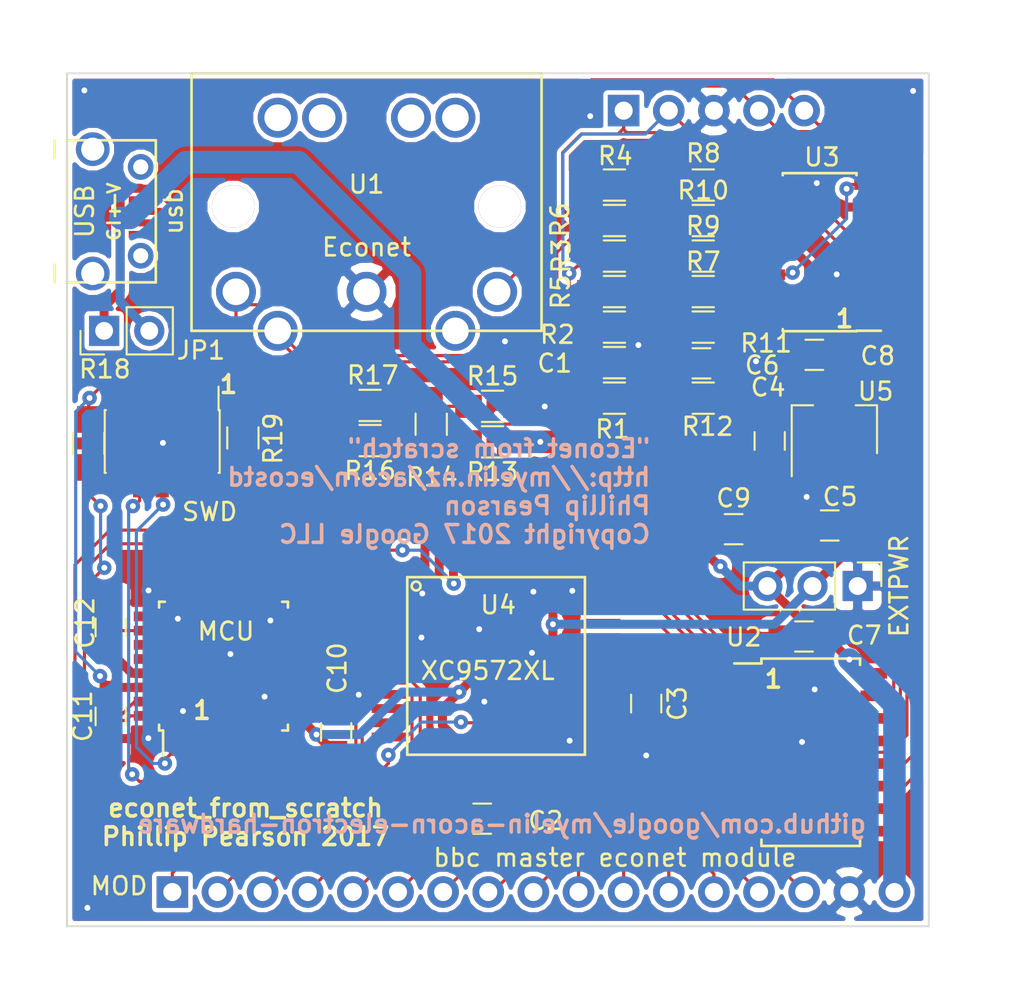
<source format=kicad_pcb>
(kicad_pcb (version 4) (host pcbnew 4.0.6)
  (layers (0 F.Cu signal) (31 B.Cu signal) (34 B.Paste user) (35 F.Paste user) (36 B.SilkS user) (37 F.SilkS user) (38 B.Mask user) (39 F.Mask user) (44 Edge.Cuts user))
  (net 0 "")
  (net 1 cd_vdiv_2v)
  (net 2 GND)
  (net 3 collision_detect)
  (net 4 5V)
  (net 5 3V3)
  (net 6 cpld_TCK)
  (net 7 cpld_TDO)
  (net 8 cpld_TMS)
  (net 9 cpld_TDI)
  (net 10 econet_dm_div)
  (net 11 econet_dp_div)
  (net 12 lm319_dm_m)
  (net 13 lm319_dp_m)
  (net 14 econet_centre)
  (net 15 econet_data_line_P)
  (net 16 econet_data_R)
  (net 17 econet_data_DE)
  (net 18 econet_clock_R)
  (net 19 econet_clock_line_P)
  (net 20 econet_clock_D)
  (net 21 econet_clock_DE)
  (net 22 econet_data_D)
  (net 23 bias_P)
  (net 24 bias_M)
  (net 25 econet_data_line_N)
  (net 26 econet_clock_line_N)
  (net 27 VDDCORE)
  (net 28 PA08)
  (net 29 PA09)
  (net 30 PA10)
  (net 31 PA11)
  (net 32 PA14)
  (net 33 PA15)
  (net 34 PA16)
  (net 35 PA17)
  (net 36 PA18)
  (net 37 PA19)
  (net 38 mcu_TXD)
  (net 39 mcu_RXD)
  (net 40 USBDM)
  (net 41 USBDP)
  (net 42 mcu_RESET)
  (net 43 SWCLK)
  (net 44 SWDIO)
  (net 45 USB_ID)
  (net 46 nNETINT)
  (net 47 RnW)
  (net 48 nADLC)
  (net 49 PHI2)
  (net 50 A0)
  (net 51 A1)
  (net 52 D0)
  (net 53 D1)
  (net 54 D2)
  (net 55 D3)
  (net 56 D4)
  (net 57 D5)
  (net 58 D6)
  (net 59 D7)
  (net 60 nRESET)
  (net 61 PA22)
  (net 62 PA23)
  (net 63 VUSB)
  (module myelin-kicad:bbc_master_econet_module (layer F.Cu) (at 179.52 61.1)
    (fp_text reference MOD (at -24.59 21.66) (layer F.SilkS))
    (fp_text value "bbc master econet module" (at 3.32 20.06) (layer F.SilkS))
    (pad E1 thru_hole rect (at 3.81 -22) (size 1.778 1.778) (drill 1.016) (layers *.Cu *.Mask) (net 15 econet_data_line_P))
    (pad E2 thru_hole circle (at 6.35 -22) (size 1.778 1.778) (drill 1.016) (layers *.Cu *.Mask) (net 25 econet_data_line_N))
    (pad E3 thru_hole circle (at 8.89 -22) (size 1.778 1.778) (drill 1.016) (layers *.Cu *.Mask) (net 2 GND))
    (pad E4 thru_hole circle (at 11.43 -22) (size 1.778 1.778) (drill 1.016) (layers *.Cu *.Mask) (net 19 econet_clock_line_P))
    (pad E5 thru_hole circle (at 13.97 -22) (size 1.778 1.778) (drill 1.016) (layers *.Cu *.Mask) (net 26 econet_clock_line_N))
    (pad 1 thru_hole rect (at -21.59 22) (size 1.778 1.778) (drill 1.016) (layers *.Cu *.Mask) (net 46 nNETINT))
    (pad 2 thru_hole circle (at -19.05 22) (size 1.778 1.778) (drill 1.016) (layers *.Cu *.Mask) (net 47 RnW))
    (pad 3 thru_hole circle (at -16.51 22) (size 1.778 1.778) (drill 1.016) (layers *.Cu *.Mask) (net 48 nADLC))
    (pad 4 thru_hole circle (at -13.97 22) (size 1.778 1.778) (drill 1.016) (layers *.Cu *.Mask) (net 49 PHI2))
    (pad 5 thru_hole circle (at -11.43 22) (size 1.778 1.778) (drill 1.016) (layers *.Cu *.Mask) (net 50 A0))
    (pad 6 thru_hole circle (at -8.89 22) (size 1.778 1.778) (drill 1.016) (layers *.Cu *.Mask) (net 51 A1))
    (pad 7 thru_hole circle (at -6.35 22) (size 1.778 1.778) (drill 1.016) (layers *.Cu *.Mask) (net 52 D0))
    (pad 8 thru_hole circle (at -3.81 22) (size 1.778 1.778) (drill 1.016) (layers *.Cu *.Mask) (net 53 D1))
    (pad 9 thru_hole circle (at -1.27 22) (size 1.778 1.778) (drill 1.016) (layers *.Cu *.Mask) (net 54 D2))
    (pad 10 thru_hole circle (at 1.27 22) (size 1.778 1.778) (drill 1.016) (layers *.Cu *.Mask) (net 55 D3))
    (pad 11 thru_hole circle (at 3.81 22) (size 1.778 1.778) (drill 1.016) (layers *.Cu *.Mask) (net 56 D4))
    (pad 12 thru_hole circle (at 6.35 22) (size 1.778 1.778) (drill 1.016) (layers *.Cu *.Mask) (net 57 D5))
    (pad 13 thru_hole circle (at 8.89 22) (size 1.778 1.778) (drill 1.016) (layers *.Cu *.Mask) (net 58 D6))
    (pad 14 thru_hole circle (at 11.43 22) (size 1.778 1.778) (drill 1.016) (layers *.Cu *.Mask) (net 59 D7))
    (pad 15 thru_hole circle (at 13.97 22) (size 1.778 1.778) (drill 1.016) (layers *.Cu *.Mask) (net 60 nRESET))
    (pad 16 thru_hole circle (at 16.51 22) (size 1.778 1.778) (drill 1.016) (layers *.Cu *.Mask) (net 2 GND))
    (pad 17 thru_hole circle (at 19.05 22) (size 1.778 1.778) (drill 1.016) (layers *.Cu *.Mask) (net 4 5V))
  )
  (module Resistors_SMD:R_0805_HandSoldering (layer F.Cu) (at 182.81 53.29)
    (fp_text reference C1 (at -3.36 0.04) (layer F.SilkS))
    (fp_text value 10u)
    (pad 1 smd rect (at -1.35 0) (size 1.5 1.3) (layers F.Cu F.Paste F.Mask) (net 1 cd_vdiv_2v))
    (pad 2 smd rect (at 1.35 0) (size 1.5 1.3) (layers F.Cu F.Paste F.Mask) (net 2 GND))
  )
  (module Capacitors_SMD:C_0805_HandSoldering (layer F.Cu) (at 175.37 78.97)
    (fp_text reference C2 (at 3.57 0.12) (layer F.SilkS))
    (fp_text value 100n)
    (pad 1 smd rect (at -1.25 0) (size 1.5 1.25) (layers F.Cu F.Paste F.Mask) (net 5 3V3))
    (pad 2 smd rect (at 1.25 0) (size 1.5 1.25) (layers F.Cu F.Paste F.Mask) (net 2 GND))
  )
  (module Capacitors_SMD:C_0805_HandSoldering (layer F.Cu) (at 184.6 72.49 270)
    (fp_text reference C3 (at 0 -1.75 270) (layer F.SilkS))
    (fp_text value 100n)
    (pad 1 smd rect (at -1.25 0 270) (size 1.5 1.25) (layers F.Cu F.Paste F.Mask) (net 5 3V3))
    (pad 2 smd rect (at 1.25 0 270) (size 1.5 1.25) (layers F.Cu F.Paste F.Mask) (net 2 GND))
  )
  (module Capacitors_SMD:C_0805_HandSoldering (layer F.Cu) (at 191.55 57.7 270)
    (fp_text reference C4 (at -3.02 0.09 360) (layer F.SilkS))
    (fp_text value 1u)
    (pad 1 smd rect (at -1.25 0 270) (size 1.5 1.25) (layers F.Cu F.Paste F.Mask) (net 4 5V))
    (pad 2 smd rect (at 1.25 0 270) (size 1.5 1.25) (layers F.Cu F.Paste F.Mask) (net 2 GND))
  )
  (module Capacitors_SMD:C_0805_HandSoldering (layer F.Cu) (at 194.93 62.46 180)
    (fp_text reference C5 (at -0.58 1.62 180) (layer F.SilkS))
    (fp_text value 1u)
    (pad 1 smd rect (at -1.25 0 180) (size 1.5 1.25) (layers F.Cu F.Paste F.Mask) (net 5 3V3))
    (pad 2 smd rect (at 1.25 0 180) (size 1.5 1.25) (layers F.Cu F.Paste F.Mask) (net 2 GND))
  )
  (module Capacitors_SMD:C_0805_HandSoldering (layer F.Cu) (at 187.71 53.33 180)
    (fp_text reference C6 (at -3.42 -0.11 180) (layer F.SilkS))
    (fp_text value 10n)
    (pad 1 smd rect (at -1.25 0 180) (size 1.5 1.25) (layers F.Cu F.Paste F.Mask) (net 3 collision_detect))
    (pad 2 smd rect (at 1.25 0 180) (size 1.5 1.25) (layers F.Cu F.Paste F.Mask) (net 4 5V))
  )
  (module Resistors_SMD:R_0805_HandSoldering (layer F.Cu) (at 182.81 55.29 180)
    (fp_text reference R1 (at 0.1 -1.75 180) (layer F.SilkS))
    (fp_text value 1k5)
    (pad 1 smd rect (at -1.35 0 180) (size 1.5 1.3) (layers F.Cu F.Paste F.Mask) (net 4 5V))
    (pad 2 smd rect (at 1.35 0 180) (size 1.5 1.3) (layers F.Cu F.Paste F.Mask) (net 1 cd_vdiv_2v))
  )
  (module Resistors_SMD:R_0805_HandSoldering (layer F.Cu) (at 182.81 51.29)
    (fp_text reference R2 (at -3.21 0.42) (layer F.SilkS))
    (fp_text value 1k)
    (pad 1 smd rect (at -1.35 0) (size 1.5 1.3) (layers F.Cu F.Paste F.Mask) (net 1 cd_vdiv_2v))
    (pad 2 smd rect (at 1.35 0) (size 1.5 1.3) (layers F.Cu F.Paste F.Mask) (net 2 GND))
  )
  (module Resistors_SMD:R_0805_HandSoldering (layer F.Cu) (at 182.81 47.29)
    (fp_text reference R3 (at -2.99 -0.01 90) (layer F.SilkS))
    (fp_text value 100k)
    (pad 1 smd rect (at -1.35 0) (size 1.5 1.3) (layers F.Cu F.Paste F.Mask) (net 25 econet_data_line_N))
    (pad 2 smd rect (at 1.35 0) (size 1.5 1.3) (layers F.Cu F.Paste F.Mask) (net 10 econet_dm_div))
  )
  (module Resistors_SMD:R_0805_HandSoldering (layer F.Cu) (at 182.81 45.29)
    (fp_text reference R4 (at 0.05 -3.64) (layer F.SilkS))
    (fp_text value 100k)
    (pad 1 smd rect (at -1.35 0) (size 1.5 1.3) (layers F.Cu F.Paste F.Mask) (net 15 econet_data_line_P))
    (pad 2 smd rect (at 1.35 0) (size 1.5 1.3) (layers F.Cu F.Paste F.Mask) (net 11 econet_dp_div))
  )
  (module Resistors_SMD:R_0805_HandSoldering (layer F.Cu) (at 182.81 49.29 180)
    (fp_text reference R5 (at 3.03 -0.02 270) (layer F.SilkS))
    (fp_text value 10k)
    (pad 1 smd rect (at -1.35 0 180) (size 1.5 1.3) (layers F.Cu F.Paste F.Mask) (net 10 econet_dm_div))
    (pad 2 smd rect (at 1.35 0 180) (size 1.5 1.3) (layers F.Cu F.Paste F.Mask) (net 1 cd_vdiv_2v))
  )
  (module Resistors_SMD:R_0805_HandSoldering (layer F.Cu) (at 182.81 43.29 180)
    (fp_text reference R6 (at 3.06 -1.96 270) (layer F.SilkS))
    (fp_text value 10k)
    (pad 1 smd rect (at -1.35 0 180) (size 1.5 1.3) (layers F.Cu F.Paste F.Mask) (net 11 econet_dp_div))
    (pad 2 smd rect (at 1.35 0 180) (size 1.5 1.3) (layers F.Cu F.Paste F.Mask) (net 1 cd_vdiv_2v))
  )
  (module Resistors_SMD:R_0805_HandSoldering (layer F.Cu) (at 187.81 49.29)
    (fp_text reference R7 (at 0 -1.7) (layer F.SilkS))
    (fp_text value 56k)
    (pad 1 smd rect (at -1.35 0) (size 1.5 1.3) (layers F.Cu F.Paste F.Mask) (net 10 econet_dm_div))
    (pad 2 smd rect (at 1.35 0) (size 1.5 1.3) (layers F.Cu F.Paste F.Mask) (net 12 lm319_dm_m))
  )
  (module Resistors_SMD:R_0805_HandSoldering (layer F.Cu) (at 187.81 43.29)
    (fp_text reference R8 (at 0.01 -1.79) (layer F.SilkS))
    (fp_text value 56k)
    (pad 1 smd rect (at -1.35 0) (size 1.5 1.3) (layers F.Cu F.Paste F.Mask) (net 11 econet_dp_div))
    (pad 2 smd rect (at 1.35 0) (size 1.5 1.3) (layers F.Cu F.Paste F.Mask) (net 13 lm319_dp_m))
  )
  (module Resistors_SMD:R_0805_HandSoldering (layer F.Cu) (at 187.81 47.29)
    (fp_text reference R9 (at 0 -1.7) (layer F.SilkS))
    (fp_text value 56k)
    (pad 1 smd rect (at -1.35 0) (size 1.5 1.3) (layers F.Cu F.Paste F.Mask) (net 10 econet_dm_div))
    (pad 2 smd rect (at 1.35 0) (size 1.5 1.3) (layers F.Cu F.Paste F.Mask) (net 14 econet_centre))
  )
  (module Resistors_SMD:R_0805_HandSoldering (layer F.Cu) (at 187.81 45.29)
    (fp_text reference R10 (at 0 -1.7) (layer F.SilkS))
    (fp_text value 56k)
    (pad 1 smd rect (at -1.35 0) (size 1.5 1.3) (layers F.Cu F.Paste F.Mask) (net 11 econet_dp_div))
    (pad 2 smd rect (at 1.35 0) (size 1.5 1.3) (layers F.Cu F.Paste F.Mask) (net 14 econet_centre))
  )
  (module Resistors_SMD:R_0805_HandSoldering (layer F.Cu) (at 187.81 51.29 180)
    (fp_text reference R11 (at -3.54 -0.91 180) (layer F.SilkS))
    (fp_text value 1M5)
    (pad 1 smd rect (at -1.35 0 180) (size 1.5 1.3) (layers F.Cu F.Paste F.Mask) (net 14 econet_centre))
    (pad 2 smd rect (at 1.35 0 180) (size 1.5 1.3) (layers F.Cu F.Paste F.Mask) (net 4 5V))
  )
  (module Resistors_SMD:R_0805_HandSoldering (layer F.Cu) (at 187.81 55.29 180)
    (fp_text reference R12 (at -0.24 -1.6 180) (layer F.SilkS))
    (fp_text value 1k)
    (pad 1 smd rect (at -1.35 0 180) (size 1.5 1.3) (layers F.Cu F.Paste F.Mask) (net 3 collision_detect))
    (pad 2 smd rect (at 1.35 0 180) (size 1.5 1.3) (layers F.Cu F.Paste F.Mask) (net 4 5V))
  )
  (module myelin-kicad:xilinx_vqg44 (layer F.Cu) (at 176.15 70.37)
    (fp_text reference U4 (at 0.12 -3.43) (layer F.SilkS))
    (fp_text value XC9572XL (at -0.47 0.27) (layer F.SilkS))
    (pad 1 smd rect (at -6 -4) (size 2 0.5) (layers F.Cu F.Paste F.Mask) (net 32 PA14))
    (pad 2 smd rect (at -6 -3.2) (size 2 0.5) (layers F.Cu F.Paste F.Mask) (net 31 PA11))
    (pad 3 smd rect (at -6 -2.4) (size 2 0.5) (layers F.Cu F.Paste F.Mask) (net 30 PA10))
    (pad 4 smd rect (at -6 -1.6) (size 2 0.5) (layers F.Cu F.Paste F.Mask) (net 2 GND))
    (pad 5 smd rect (at -6 -0.8) (size 2 0.5) (layers F.Cu F.Paste F.Mask) (net 29 PA09))
    (pad 6 smd rect (at -6 0) (size 2 0.5) (layers F.Cu F.Paste F.Mask) (net 28 PA08))
    (pad 7 smd rect (at -6 0.8) (size 2 0.5) (layers F.Cu F.Paste F.Mask) (net 47 RnW))
    (pad 8 smd rect (at -6 1.6) (size 2 0.5) (layers F.Cu F.Paste F.Mask) (net 46 nNETINT))
    (pad 9 smd rect (at -6 2.4) (size 2 0.5) (layers F.Cu F.Paste F.Mask) (net 9 cpld_TDI))
    (pad 10 smd rect (at -6 3.2) (size 2 0.5) (layers F.Cu F.Paste F.Mask) (net 8 cpld_TMS))
    (pad 11 smd rect (at -6 4) (size 2 0.5) (layers F.Cu F.Paste F.Mask) (net 6 cpld_TCK))
    (pad 12 smd rect (at -4 6) (size 0.5 2) (layers F.Cu F.Paste F.Mask) (net 48 nADLC))
    (pad 13 smd rect (at -3.2 6) (size 0.5 2) (layers F.Cu F.Paste F.Mask) (net 49 PHI2))
    (pad 14 smd rect (at -2.4 6) (size 0.5 2) (layers F.Cu F.Paste F.Mask) (net 50 A0))
    (pad 15 smd rect (at -1.6 6) (size 0.5 2) (layers F.Cu F.Paste F.Mask) (net 5 3V3))
    (pad 16 smd rect (at -0.8 6) (size 0.5 2) (layers F.Cu F.Paste F.Mask) (net 51 A1))
    (pad 17 smd rect (at 0 6) (size 0.5 2) (layers F.Cu F.Paste F.Mask) (net 2 GND))
    (pad 18 smd rect (at 0.8 6) (size 0.5 2) (layers F.Cu F.Paste F.Mask) (net 52 D0))
    (pad 19 smd rect (at 1.6 6) (size 0.5 2) (layers F.Cu F.Paste F.Mask) (net 53 D1))
    (pad 20 smd rect (at 2.4 6) (size 0.5 2) (layers F.Cu F.Paste F.Mask) (net 54 D2))
    (pad 21 smd rect (at 3.2 6) (size 0.5 2) (layers F.Cu F.Paste F.Mask) (net 55 D3))
    (pad 22 smd rect (at 4 6) (size 0.5 2) (layers F.Cu F.Paste F.Mask) (net 56 D4))
    (pad 23 smd rect (at 6 4) (size 2 0.5) (layers F.Cu F.Paste F.Mask) (net 57 D5))
    (pad 24 smd rect (at 6 3.2) (size 2 0.5) (layers F.Cu F.Paste F.Mask) (net 7 cpld_TDO))
    (pad 25 smd rect (at 6 2.4) (size 2 0.5) (layers F.Cu F.Paste F.Mask) (net 2 GND))
    (pad 26 smd rect (at 6 1.6) (size 2 0.5) (layers F.Cu F.Paste F.Mask) (net 5 3V3))
    (pad 27 smd rect (at 6 0.8) (size 2 0.5) (layers F.Cu F.Paste F.Mask) (net 58 D6))
    (pad 28 smd rect (at 6 0) (size 2 0.5) (layers F.Cu F.Paste F.Mask) (net 59 D7))
    (pad 29 smd rect (at 6 -0.8) (size 2 0.5) (layers F.Cu F.Paste F.Mask) (net 60 nRESET))
    (pad 30 smd rect (at 6 -1.6) (size 2 0.5) (layers F.Cu F.Paste F.Mask) (net 20 econet_clock_D))
    (pad 31 smd rect (at 6 -2.4) (size 2 0.5) (layers F.Cu F.Paste F.Mask) (net 18 econet_clock_R))
    (pad 32 smd rect (at 6 -3.2) (size 2 0.5) (layers F.Cu F.Paste F.Mask) (net 21 econet_clock_DE))
    (pad 33 smd rect (at 6 -4) (size 2 0.5) (layers F.Cu F.Paste F.Mask) (net 17 econet_data_DE))
    (pad 34 smd rect (at 4 -6) (size 0.5 2) (layers F.Cu F.Paste F.Mask) (net 16 econet_data_R))
    (pad 35 smd rect (at 3.2 -6) (size 0.5 2) (layers F.Cu F.Paste F.Mask) (net 5 3V3))
    (pad 36 smd rect (at 2.4 -6) (size 0.5 2) (layers F.Cu F.Paste F.Mask) (net 22 econet_data_D))
    (pad 37 smd rect (at 1.6 -6) (size 0.5 2) (layers F.Cu F.Paste F.Mask) (net 3 collision_detect))
    (pad 38 smd rect (at 0.8 -6) (size 0.5 2) (layers F.Cu F.Paste F.Mask) (net 62 PA23))
    (pad 39 smd rect (at 0 -6) (size 0.5 2) (layers F.Cu F.Paste F.Mask) (net 61 PA22))
    (pad 40 smd rect (at -0.8 -6) (size 0.5 2) (layers F.Cu F.Paste F.Mask) (net 37 PA19))
    (pad 41 smd rect (at -1.6 -6) (size 0.5 2) (layers F.Cu F.Paste F.Mask) (net 36 PA18))
    (pad 42 smd rect (at -2.4 -6) (size 0.5 2) (layers F.Cu F.Paste F.Mask) (net 34 PA16))
    (pad 43 smd rect (at -3.2 -6) (size 0.5 2) (layers F.Cu F.Paste F.Mask) (net 35 PA17))
    (pad 44 smd rect (at -4 -6) (size 0.5 2) (layers F.Cu F.Paste F.Mask) (net 33 PA15))
  )
  (module TO_SOT_Packages_SMD:SOT-89-3 (layer F.Cu) (at 195.19 57.47 90)
    (fp_text reference U5 (at 2.56 2.32 180) (layer F.SilkS))
    (fp_text value MCP1700T-3302E/MB)
    (pad 2 smd trapezoid (at 2.667 0) (size 1.6 0.85) (rect_delta 0 0.6) (layers F.Cu F.Paste F.Mask) (net 4 5V))
    (pad 1 smd rect (at -1.48 -1.5) (size 1 1.5) (layers F.Cu F.Paste F.Mask) (net 2 GND))
    (pad 2 smd rect (at -1.3335 0) (size 1 1.8) (layers F.Cu F.Paste F.Mask) (net 4 5V))
    (pad 3 smd rect (at -1.48 1.5) (size 1 1.5) (layers F.Cu F.Paste F.Mask) (net 5 3V3))
    (pad 2 smd rect (at 1.3335 0) (size 2.2 1.84) (layers F.Cu F.Paste F.Mask) (net 4 5V))
    (pad 2 smd trapezoid (at -0.0762 0 180) (size 1.5 1) (rect_delta 0 0.7) (layers F.Cu F.Paste F.Mask) (net 4 5V))
  )
  (module Housings_SOIC:SOIC-16W_5.3x10.2mm_Pitch1.27mm (layer F.Cu) (at 193.86 75.23)
    (fp_text reference U2 (at -3.77 -6.48) (layer F.SilkS))
    (fp_text value SN65C1168)
    (pad 1 smd rect (at -3.55 -4.445) (size 1.5 0.6) (layers F.Cu F.Paste F.Mask) (net 15 econet_data_line_P))
    (pad 2 smd rect (at -3.55 -3.175) (size 1.5 0.6) (layers F.Cu F.Paste F.Mask) (net 25 econet_data_line_N))
    (pad 3 smd rect (at -3.55 -1.905) (size 1.5 0.6) (layers F.Cu F.Paste F.Mask) (net 16 econet_data_R))
    (pad 4 smd rect (at -3.55 -0.635) (size 1.5 0.6) (layers F.Cu F.Paste F.Mask) (net 17 econet_data_DE))
    (pad 5 smd rect (at -3.55 0.635) (size 1.5 0.6) (layers F.Cu F.Paste F.Mask) (net 18 econet_clock_R))
    (pad 6 smd rect (at -3.55 1.905) (size 1.5 0.6) (layers F.Cu F.Paste F.Mask) (net 26 econet_clock_line_N))
    (pad 7 smd rect (at -3.55 3.175) (size 1.5 0.6) (layers F.Cu F.Paste F.Mask) (net 19 econet_clock_line_P))
    (pad 8 smd rect (at -3.55 4.445) (size 1.5 0.6) (layers F.Cu F.Paste F.Mask) (net 2 GND))
    (pad 9 smd rect (at 3.55 4.445) (size 1.5 0.6) (layers F.Cu F.Paste F.Mask) (net 20 econet_clock_D))
    (pad 10 smd rect (at 3.55 3.175) (size 1.5 0.6) (layers F.Cu F.Paste F.Mask) (net 26 econet_clock_line_N))
    (pad 11 smd rect (at 3.55 1.905) (size 1.5 0.6) (layers F.Cu F.Paste F.Mask) (net 19 econet_clock_line_P))
    (pad 12 smd rect (at 3.55 0.635) (size 1.5 0.6) (layers F.Cu F.Paste F.Mask) (net 21 econet_clock_DE))
    (pad 13 smd rect (at 3.55 -0.635) (size 1.5 0.6) (layers F.Cu F.Paste F.Mask) (net 25 econet_data_line_N))
    (pad 14 smd rect (at 3.55 -1.905) (size 1.5 0.6) (layers F.Cu F.Paste F.Mask) (net 15 econet_data_line_P))
    (pad 15 smd rect (at 3.55 -3.175) (size 1.5 0.6) (layers F.Cu F.Paste F.Mask) (net 22 econet_data_D))
    (pad 16 smd rect (at 3.55 -4.445) (size 1.5 0.6) (layers F.Cu F.Paste F.Mask) (net 4 5V))
  )
  (module Housings_SOIC:SOIC-14_3.9x8.7mm_Pitch1.27mm (layer F.Cu) (at 194.36 47.07 180)
    (fp_text reference U3 (at -0.13 5.35 180) (layer F.SilkS))
    (fp_text value LM319)
    (pad 1 smd rect (at -2.7 -3.81 180) (size 1.5 0.6) (layers F.Cu F.Paste F.Mask))
    (pad 2 smd rect (at -2.7 -2.54 180) (size 1.5 0.6) (layers F.Cu F.Paste F.Mask))
    (pad 3 smd rect (at -2.7 -1.27 180) (size 1.5 0.6) (layers F.Cu F.Paste F.Mask) (net 2 GND))
    (pad 4 smd rect (at -2.7 0 180) (size 1.5 0.6) (layers F.Cu F.Paste F.Mask) (net 14 econet_centre))
    (pad 5 smd rect (at -2.7 1.27 180) (size 1.5 0.6) (layers F.Cu F.Paste F.Mask) (net 13 lm319_dp_m))
    (pad 6 smd rect (at -2.7 2.54 180) (size 1.5 0.6) (layers F.Cu F.Paste F.Mask) (net 2 GND))
    (pad 7 smd rect (at -2.7 3.81 180) (size 1.5 0.6) (layers F.Cu F.Paste F.Mask) (net 3 collision_detect))
    (pad 8 smd rect (at 2.7 3.81 180) (size 1.5 0.6) (layers F.Cu F.Paste F.Mask) (net 2 GND))
    (pad 9 smd rect (at 2.7 2.54 180) (size 1.5 0.6) (layers F.Cu F.Paste F.Mask) (net 14 econet_centre))
    (pad 10 smd rect (at 2.7 1.27 180) (size 1.5 0.6) (layers F.Cu F.Paste F.Mask) (net 12 lm319_dm_m))
    (pad 11 smd rect (at 2.7 0 180) (size 1.5 0.6) (layers F.Cu F.Paste F.Mask) (net 4 5V))
    (pad 12 smd rect (at 2.7 -1.27 180) (size 1.5 0.6) (layers F.Cu F.Paste F.Mask) (net 3 collision_detect))
    (pad 13 smd rect (at 2.7 -2.54 180) (size 1.5 0.6) (layers F.Cu F.Paste F.Mask))
    (pad 14 smd rect (at 2.7 -3.81 180) (size 1.5 0.6) (layers F.Cu F.Paste F.Mask))
  )
  (module myelin-kicad:din_5_econet_pcb_mount (layer F.Cu) (at 168.86 44.25)
    (fp_text reference U1 (at 0 -1) (layer F.SilkS))
    (fp_text value Econet (at 0 2.54) (layer F.SilkS))
    (pad S1 thru_hole circle (at -5 -4.75) (size 2.25 2.25) (drill 1.5) (layers *.Cu *.Mask))
    (pad S2 thru_hole circle (at -2.5 -4.75) (size 2.25 2.25) (drill 1.5) (layers *.Cu *.Mask))
    (pad S3 thru_hole circle (at 2.5 -4.75) (size 2.25 2.25) (drill 1.5) (layers *.Cu *.Mask))
    (pad S4 thru_hole circle (at 5 -4.75) (size 2.25 2.25) (drill 1.5) (layers *.Cu *.Mask))
    (pad M1 thru_hole circle (at -7.505 0.25) (size 2.39 2.39) (drill 2.39) (layers *.Cu *.Mask))
    (pad M2 thru_hole circle (at 7.505 0.25) (size 2.39 2.39) (drill 2.39) (layers *.Cu *.Mask))
    (pad 2 thru_hole circle (at 0 5.05) (size 2.25 2.25) (drill 1.5) (layers *.Cu *.Mask) (net 2 GND))
    (pad 1 thru_hole circle (at -7.35 5.05) (size 2.25 2.25) (drill 1.5) (layers *.Cu *.Mask) (net 15 econet_data_line_P))
    (pad 3 thru_hole circle (at 7.35 5.05) (size 2.25 2.25) (drill 1.5) (layers *.Cu *.Mask) (net 26 econet_clock_line_N))
    (pad 4 thru_hole circle (at -5 7.25) (size 2.25 2.25) (drill 1.5) (layers *.Cu *.Mask) (net 25 econet_data_line_N))
    (pad 5 thru_hole circle (at 5 7.25) (size 2.25 2.25) (drill 1.5) (layers *.Cu *.Mask) (net 19 econet_clock_line_P))
  )
  (module Capacitors_SMD:C_0805_HandSoldering (layer F.Cu) (at 193.48 68.71 180)
    (fp_text reference C7 (at -3.39 0.06 180) (layer F.SilkS))
    (fp_text value 100n)
    (pad 1 smd rect (at -1.25 0 180) (size 1.5 1.25) (layers F.Cu F.Paste F.Mask) (net 4 5V))
    (pad 2 smd rect (at 1.25 0 180) (size 1.5 1.25) (layers F.Cu F.Paste F.Mask) (net 2 GND))
  )
  (module Capacitors_SMD:C_0805_HandSoldering (layer F.Cu) (at 194.06 52.85)
    (fp_text reference C8 (at 3.57 0.06) (layer F.SilkS))
    (fp_text value 100n)
    (pad 1 smd rect (at -1.25 0) (size 1.5 1.25) (layers F.Cu F.Paste F.Mask) (net 4 5V))
    (pad 2 smd rect (at 1.25 0) (size 1.5 1.25) (layers F.Cu F.Paste F.Mask) (net 2 GND))
  )
  (module Capacitors_SMD:C_0805_HandSoldering (layer F.Cu) (at 189.52 62.67)
    (fp_text reference C9 (at 0 -1.75) (layer F.SilkS))
    (fp_text value 10u)
    (pad 1 smd rect (at -1.25 0) (size 1.5 1.25) (layers F.Cu F.Paste F.Mask) (net 4 5V))
    (pad 2 smd rect (at 1.25 0) (size 1.5 1.25) (layers F.Cu F.Paste F.Mask) (net 2 GND))
  )
  (module Resistors_SMD:R_0805_HandSoldering (layer F.Cu) (at 175.95 57.75 180)
    (fp_text reference R13 (at 0 -1.7 180) (layer F.SilkS))
    (fp_text value 1k)
    (pad 1 smd rect (at -1.35 0 180) (size 1.5 1.3) (layers F.Cu F.Paste F.Mask) (net 4 5V))
    (pad 2 smd rect (at 1.35 0 180) (size 1.5 1.3) (layers F.Cu F.Paste F.Mask) (net 23 bias_P))
  )
  (module Resistors_SMD:R_0805_HandSoldering (layer F.Cu) (at 172.5 56.76 90)
    (fp_text reference R14 (at -2.98 0.04 180) (layer F.SilkS))
    (fp_text value 220R)
    (pad 1 smd rect (at -1.35 0 90) (size 1.5 1.3) (layers F.Cu F.Paste F.Mask) (net 23 bias_P))
    (pad 2 smd rect (at 1.35 0 90) (size 1.5 1.3) (layers F.Cu F.Paste F.Mask) (net 24 bias_M))
  )
  (module Resistors_SMD:R_0805_HandSoldering (layer F.Cu) (at 175.95 55.75)
    (fp_text reference R15 (at 0 -1.7) (layer F.SilkS))
    (fp_text value 1k)
    (pad 1 smd rect (at -1.35 0) (size 1.5 1.3) (layers F.Cu F.Paste F.Mask) (net 24 bias_M))
    (pad 2 smd rect (at 1.35 0) (size 1.5 1.3) (layers F.Cu F.Paste F.Mask) (net 2 GND))
  )
  (module Resistors_SMD:R_0805_HandSoldering (layer F.Cu) (at 169.06 57.68 180)
    (fp_text reference R16 (at 0 -1.7 180) (layer F.SilkS))
    (fp_text value 56R)
    (pad 1 smd rect (at -1.35 0 180) (size 1.5 1.3) (layers F.Cu F.Paste F.Mask) (net 23 bias_P))
    (pad 2 smd rect (at 1.35 0 180) (size 1.5 1.3) (layers F.Cu F.Paste F.Mask) (net 15 econet_data_line_P))
  )
  (module Resistors_SMD:R_0805_HandSoldering (layer F.Cu) (at 169.06 55.7 180)
    (fp_text reference R17 (at -0.15 1.7 180) (layer F.SilkS))
    (fp_text value 56R)
    (pad 1 smd rect (at -1.35 0 180) (size 1.5 1.3) (layers F.Cu F.Paste F.Mask) (net 24 bias_M))
    (pad 2 smd rect (at 1.35 0 180) (size 1.5 1.3) (layers F.Cu F.Paste F.Mask) (net 25 econet_data_line_N))
  )
  (module Pin_Headers:Pin_Header_Straight_1x03_Pitch2.54mm (layer F.Cu) (at 196.5 65.87 270)
    (fp_text reference EXTPWR (at 0 -2.33 270) (layer F.SilkS))
    (fp_text value "ext pwr")
    (pad 1 thru_hole rect (at 0 0 270) (size 1.7 1.7) (drill 1) (layers *.Cu *.Mask) (net 2 GND))
    (pad 2 thru_hole oval (at 0 2.54 270) (size 1.7 1.7) (drill 1) (layers *.Cu *.Mask) (net 5 3V3))
    (pad 3 thru_hole oval (at 0 5.08 270) (size 1.7 1.7) (drill 1) (layers *.Cu *.Mask) (net 4 5V))
  )
  (module Capacitors_SMD:C_0805_HandSoldering (layer F.Cu) (at 167.15 74.09 270)
    (fp_text reference C10 (at -3.59 -0.06 450) (layer F.SilkS))
    (fp_text value 100n)
    (pad 1 smd rect (at -1.25 0 270) (size 1.5 1.25) (layers F.Cu F.Paste F.Mask) (net 2 GND))
    (pad 2 smd rect (at 1.25 0 270) (size 1.5 1.25) (layers F.Cu F.Paste F.Mask) (net 5 3V3))
  )
  (module Capacitors_SMD:C_0805_HandSoldering (layer F.Cu) (at 154.46 73.21 90)
    (fp_text reference C11 (at 0.01 -1.57 90) (layer F.SilkS))
    (fp_text value 100n)
    (pad 1 smd rect (at -1.25 0 90) (size 1.5 1.25) (layers F.Cu F.Paste F.Mask) (net 2 GND))
    (pad 2 smd rect (at 1.25 0 90) (size 1.5 1.25) (layers F.Cu F.Paste F.Mask) (net 5 3V3))
  )
  (module Capacitors_SMD:C_0805_HandSoldering (layer F.Cu) (at 154.46 68.2 270)
    (fp_text reference C12 (at -0.25 1.44 270) (layer F.SilkS))
    (fp_text value 1u)
    (pad 1 smd rect (at -1.25 0 270) (size 1.5 1.25) (layers F.Cu F.Paste F.Mask) (net 2 GND))
    (pad 2 smd rect (at 1.25 0 270) (size 1.5 1.25) (layers F.Cu F.Paste F.Mask) (net 27 VDDCORE))
  )
  (module Housings_QFP:TQFP-32_7x7mm_Pitch0.8mm (layer F.Cu) (at 160.81 70.38 90)
    (fp_text reference MCU (at 1.96 0.14 180) (layer F.SilkS))
    (fp_text value ATSAMD21E18A)
    (pad 1 smd rect (at -4.25 -2.8 90) (size 1.6 0.55) (layers F.Cu F.Paste F.Mask) (net 38 mcu_TXD))
    (pad 2 smd rect (at -4.25 -2 90) (size 1.6 0.55) (layers F.Cu F.Paste F.Mask) (net 39 mcu_RXD))
    (pad 3 smd rect (at -4.25 -1.2 90) (size 1.6 0.55) (layers F.Cu F.Paste F.Mask))
    (pad 4 smd rect (at -4.25 -0.4 90) (size 1.6 0.55) (layers F.Cu F.Paste F.Mask))
    (pad 5 smd rect (at -4.25 0.4 90) (size 1.6 0.55) (layers F.Cu F.Paste F.Mask) (net 7 cpld_TDO))
    (pad 6 smd rect (at -4.25 1.2 90) (size 1.6 0.55) (layers F.Cu F.Paste F.Mask) (net 6 cpld_TCK))
    (pad 7 smd rect (at -4.25 2 90) (size 1.6 0.55) (layers F.Cu F.Paste F.Mask) (net 8 cpld_TMS))
    (pad 8 smd rect (at -4.25 2.8 90) (size 1.6 0.55) (layers F.Cu F.Paste F.Mask) (net 9 cpld_TDI))
    (pad 9 smd rect (at -2.8 4.25 180) (size 1.6 0.55) (layers F.Cu F.Paste F.Mask) (net 5 3V3))
    (pad 10 smd rect (at -2 4.25 180) (size 1.6 0.55) (layers F.Cu F.Paste F.Mask) (net 2 GND))
    (pad 11 smd rect (at -1.2 4.25 180) (size 1.6 0.55) (layers F.Cu F.Paste F.Mask) (net 28 PA08))
    (pad 12 smd rect (at -0.4 4.25 180) (size 1.6 0.55) (layers F.Cu F.Paste F.Mask) (net 29 PA09))
    (pad 13 smd rect (at 0.4 4.25 180) (size 1.6 0.55) (layers F.Cu F.Paste F.Mask) (net 30 PA10))
    (pad 14 smd rect (at 1.2 4.25 180) (size 1.6 0.55) (layers F.Cu F.Paste F.Mask) (net 31 PA11))
    (pad 15 smd rect (at 2 4.25 180) (size 1.6 0.55) (layers F.Cu F.Paste F.Mask) (net 32 PA14))
    (pad 16 smd rect (at 2.8 4.25 180) (size 1.6 0.55) (layers F.Cu F.Paste F.Mask) (net 33 PA15))
    (pad 17 smd rect (at 4.25 2.8 90) (size 1.6 0.55) (layers F.Cu F.Paste F.Mask) (net 34 PA16))
    (pad 18 smd rect (at 4.25 2 90) (size 1.6 0.55) (layers F.Cu F.Paste F.Mask) (net 35 PA17))
    (pad 19 smd rect (at 4.25 1.2 90) (size 1.6 0.55) (layers F.Cu F.Paste F.Mask) (net 36 PA18))
    (pad 20 smd rect (at 4.25 0.4 90) (size 1.6 0.55) (layers F.Cu F.Paste F.Mask) (net 37 PA19))
    (pad 21 smd rect (at 4.25 -0.4 90) (size 1.6 0.55) (layers F.Cu F.Paste F.Mask) (net 61 PA22))
    (pad 22 smd rect (at 4.25 -1.2 90) (size 1.6 0.55) (layers F.Cu F.Paste F.Mask) (net 62 PA23))
    (pad 23 smd rect (at 4.25 -2 90) (size 1.6 0.55) (layers F.Cu F.Paste F.Mask) (net 40 USBDM))
    (pad 24 smd rect (at 4.25 -2.8 90) (size 1.6 0.55) (layers F.Cu F.Paste F.Mask) (net 41 USBDP))
    (pad 25 smd rect (at 2.8 -4.25 180) (size 1.6 0.55) (layers F.Cu F.Paste F.Mask))
    (pad 26 smd rect (at 2 -4.25 180) (size 1.6 0.55) (layers F.Cu F.Paste F.Mask) (net 42 mcu_RESET))
    (pad 27 smd rect (at 1.2 -4.25 180) (size 1.6 0.55) (layers F.Cu F.Paste F.Mask))
    (pad 28 smd rect (at 0.4 -4.25 180) (size 1.6 0.55) (layers F.Cu F.Paste F.Mask) (net 2 GND))
    (pad 29 smd rect (at -0.4 -4.25 180) (size 1.6 0.55) (layers F.Cu F.Paste F.Mask) (net 27 VDDCORE))
    (pad 30 smd rect (at -1.2 -4.25 180) (size 1.6 0.55) (layers F.Cu F.Paste F.Mask) (net 5 3V3))
    (pad 31 smd rect (at -2 -4.25 180) (size 1.6 0.55) (layers F.Cu F.Paste F.Mask) (net 43 SWCLK))
    (pad 32 smd rect (at -2.8 -4.25 180) (size 1.6 0.55) (layers F.Cu F.Paste F.Mask) (net 44 SWDIO))
  )
  (module Resistors_SMD:R_0805_HandSoldering (layer F.Cu) (at 153.22 57.84 90)
    (fp_text reference R18 (at 4.18 0.91 180) (layer F.SilkS))
    (fp_text value 10k)
    (pad 1 smd rect (at -1.35 0 90) (size 1.5 1.3) (layers F.Cu F.Paste F.Mask) (net 42 mcu_RESET))
    (pad 2 smd rect (at 1.35 0 90) (size 1.5 1.3) (layers F.Cu F.Paste F.Mask) (net 5 3V3))
  )
  (module Resistors_SMD:R_0805_HandSoldering (layer F.Cu) (at 161.9 57.53 90)
    (fp_text reference R19 (at -0.04 1.7 90) (layer F.SilkS))
    (fp_text value 1k)
    (pad 1 smd rect (at -1.35 0 90) (size 1.5 1.3) (layers F.Cu F.Paste F.Mask) (net 43 SWCLK))
    (pad 2 smd rect (at 1.35 0 90) (size 1.5 1.3) (layers F.Cu F.Paste F.Mask) (net 5 3V3))
  )
  (module Pin_Headers:Pin_Header_Straight_2x05_Pitch1.27mm_SMD (layer F.Cu) (at 157.36 57.73 270)
    (fp_text reference SWD (at 3.96 -2.67 540) (layer F.SilkS))
    (fp_text value swd)
    (pad 1 smd rect (at -1.95 -2.54 270) (size 2.4 0.74) (layers F.Cu F.Paste F.Mask) (net 5 3V3))
    (pad 2 smd rect (at 1.95 -2.54 270) (size 2.4 0.74) (layers F.Cu F.Paste F.Mask) (net 44 SWDIO))
    (pad 3 smd rect (at -1.95 -1.27 270) (size 2.4 0.74) (layers F.Cu F.Paste F.Mask) (net 2 GND))
    (pad 4 smd rect (at 1.95 -1.27 270) (size 2.4 0.74) (layers F.Cu F.Paste F.Mask) (net 43 SWCLK))
    (pad 5 smd rect (at -1.95 0 270) (size 2.4 0.74) (layers F.Cu F.Paste F.Mask) (net 2 GND))
    (pad 6 smd rect (at 1.95 0 270) (size 2.4 0.74) (layers F.Cu F.Paste F.Mask) (net 38 mcu_TXD))
    (pad 7 smd rect (at -1.95 1.27 270) (size 2.4 0.74) (layers F.Cu F.Paste F.Mask))
    (pad 8 smd rect (at 1.95 1.27 270) (size 2.4 0.74) (layers F.Cu F.Paste F.Mask) (net 39 mcu_RXD))
    (pad 9 smd rect (at -1.95 2.54 270) (size 2.4 0.74) (layers F.Cu F.Paste F.Mask) (net 2 GND))
    (pad 10 smd rect (at 1.95 2.54 270) (size 2.4 0.74) (layers F.Cu F.Paste F.Mask) (net 42 mcu_RESET))
  )
  (module myelin-kicad:via_single (layer F.Cu) (at 171.95 68.77 90)
    (fp_text reference staple_single1 hide)
    (fp_text value "" hide)
    (pad 1 thru_hole circle (at 0 0 90) (size 0.8128 0.8128) (drill 0.3302) (layers *.Cu) (net 2 GND))
  )
  (module myelin-kicad:via_single (layer F.Cu) (at 172 66.29 90)
    (fp_text reference staple_single2 hide)
    (fp_text value "" hide)
    (pad 1 thru_hole circle (at 0 0 90) (size 0.8128 0.8128) (drill 0.3302) (layers *.Cu) (net 2 GND))
  )
  (module myelin-kicad:via_single (layer F.Cu) (at 180.29 74.58 90)
    (fp_text reference staple_single3 hide)
    (fp_text value "" hide)
    (pad 1 thru_hole circle (at 0 0 90) (size 0.8128 0.8128) (drill 0.3302) (layers *.Cu) (net 2 GND))
  )
  (module myelin-kicad:via_single (layer F.Cu) (at 180.44 66.14 90)
    (fp_text reference staple_single4 hide)
    (fp_text value "" hide)
    (pad 1 thru_hole circle (at 0 0 90) (size 0.8128 0.8128) (drill 0.3302) (layers *.Cu) (net 2 GND))
  )
  (module myelin-kicad:via_single (layer F.Cu) (at 158.53 72.91 90)
    (fp_text reference staple_single5 hide)
    (fp_text value "" hide)
    (pad 1 thru_hole circle (at 0 0 90) (size 0.8128 0.8128) (drill 0.3302) (layers *.Cu) (net 2 GND))
  )
  (module myelin-kicad:via_single (layer F.Cu) (at 158.24 67.71 90)
    (fp_text reference staple_single6 hide)
    (fp_text value "" hide)
    (pad 1 thru_hole circle (at 0 0 90) (size 0.8128 0.8128) (drill 0.3302) (layers *.Cu) (net 2 GND))
  )
  (module myelin-kicad:via_single (layer F.Cu) (at 163.45 67.81 90)
    (fp_text reference staple_single7 hide)
    (fp_text value "" hide)
    (pad 1 thru_hole circle (at 0 0 90) (size 0.8128 0.8128) (drill 0.3302) (layers *.Cu) (net 2 GND))
  )
  (module myelin-kicad:via_single (layer F.Cu) (at 153.15 83.99 90)
    (fp_text reference staple_single8 hide)
    (fp_text value "" hide)
    (pad 1 thru_hole circle (at 0 0 90) (size 0.8128 0.8128) (drill 0.3302) (layers *.Cu) (net 2 GND))
  )
  (module myelin-kicad:via_single (layer F.Cu) (at 199.62 37.99 90)
    (fp_text reference staple_single9 hide)
    (fp_text value "" hide)
    (pad 1 thru_hole circle (at 0 0 90) (size 0.8128 0.8128) (drill 0.3302) (layers *.Cu) (net 2 GND))
  )
  (module myelin-kicad:via_single (layer F.Cu) (at 152.98 37.96 90)
    (fp_text reference staple_single10 hide)
    (fp_text value "" hide)
    (pad 1 thru_hole circle (at 0 0 90) (size 0.8128 0.8128) (drill 0.3302) (layers *.Cu) (net 2 GND))
  )
  (module myelin-kicad:via_single (layer F.Cu) (at 156.59 66.12 90)
    (fp_text reference staple_single11 hide)
    (fp_text value "" hide)
    (pad 1 thru_hole circle (at 0 0 90) (size 0.8128 0.8128) (drill 0.3302) (layers *.Cu) (net 2 GND))
  )
  (module myelin-kicad:via_single (layer F.Cu) (at 168.42 71.99 90)
    (fp_text reference staple_single12 hide)
    (fp_text value "" hide)
    (pad 1 thru_hole circle (at 0 0 90) (size 0.8128 0.8128) (drill 0.3302) (layers *.Cu) (net 2 GND))
  )
  (module myelin-kicad:via_single (layer F.Cu) (at 184.6 75.41 90)
    (fp_text reference staple_single13 hide)
    (fp_text value "" hide)
    (pad 1 thru_hole circle (at 0 0 90) (size 0.8128 0.8128) (drill 0.3302) (layers *.Cu) (net 2 GND))
  )
  (module myelin-kicad:via_single (layer F.Cu) (at 193.63 60.85 90)
    (fp_text reference staple_single14 hide)
    (fp_text value "" hide)
    (pad 1 thru_hole circle (at 0 0 90) (size 0.8128 0.8128) (drill 0.3302) (layers *.Cu) (net 2 GND))
  )
  (module myelin-kicad:via_single (layer F.Cu) (at 190.78 53.21 90)
    (fp_text reference staple_single15 hide)
    (fp_text value "" hide)
    (pad 1 thru_hole circle (at 0 0 90) (size 0.8128 0.8128) (drill 0.3302) (layers *.Cu) (net 2 GND))
  )
  (module myelin-kicad:via_single (layer F.Cu) (at 193.37 74.65 90)
    (fp_text reference staple_single16 hide)
    (fp_text value "" hide)
    (pad 1 thru_hole circle (at 0 0 90) (size 0.8128 0.8128) (drill 0.3302) (layers *.Cu) (net 2 GND))
  )
  (module myelin-kicad:via_single (layer F.Cu) (at 157.4 57.81 90)
    (fp_text reference staple_single17 hide)
    (fp_text value "" hide)
    (pad 1 thru_hole circle (at 0 0 90) (size 0.8128 0.8128) (drill 0.3302) (layers *.Cu) (net 2 GND))
  )
  (module myelin-kicad:via_single (layer F.Cu) (at 178.89 55.76 90)
    (fp_text reference staple_single18 hide)
    (fp_text value "" hide)
    (pad 1 thru_hole circle (at 0 0 90) (size 0.8128 0.8128) (drill 0.3302) (layers *.Cu) (net 2 GND))
  )
  (module myelin-kicad:via_single (layer F.Cu) (at 156.58 74.44 90)
    (fp_text reference staple_single19 hide)
    (fp_text value "" hide)
    (pad 1 thru_hole circle (at 0 0 90) (size 0.8128 0.8128) (drill 0.3302) (layers *.Cu) (net 2 GND))
  )
  (module myelin-kicad:via_single (layer F.Cu) (at 194.2 43.18 90)
    (fp_text reference staple_single20 hide)
    (fp_text value "" hide)
    (pad 1 thru_hole circle (at 0 0 90) (size 0.8128 0.8128) (drill 0.3302) (layers *.Cu) (net 2 GND))
  )
  (module Pin_Headers:Pin_Header_Straight_1x02_Pitch2.54mm (layer F.Cu) (at 154.09 51.5 90)
    (fp_text reference JP1 (at -1.1 5.45 180) (layer F.SilkS))
    (fp_text value "USB power")
    (pad 1 thru_hole rect (at 0 0 90) (size 1.7 1.7) (drill 1) (layers *.Cu *.Mask) (net 63 VUSB))
    (pad 2 thru_hole oval (at 0 2.54 90) (size 1.7 1.7) (drill 1) (layers *.Cu *.Mask) (net 4 5V))
  )
  (module myelin-kicad:via_single (layer F.Cu) (at 195.32 48.32 90)
    (fp_text reference staple_single21 hide)
    (fp_text value "" hide)
    (pad 1 thru_hole circle (at 0 0 90) (size 0.8128 0.8128) (drill 0.3302) (layers *.Cu) (net 2 GND))
  )
  (module myelin-kicad:via_single (layer F.Cu) (at 176.65 52.09 90)
    (fp_text reference staple_single22 hide)
    (fp_text value "" hide)
    (pad 1 thru_hole circle (at 0 0 90) (size 0.8128 0.8128) (drill 0.3302) (layers *.Cu) (net 2 GND))
  )
  (module myelin-kicad:via_single (layer F.Cu) (at 181.45 39.41 90)
    (fp_text reference staple_single23 hide)
    (fp_text value "" hide)
    (pad 1 thru_hole circle (at 0 0 90) (size 0.8128 0.8128) (drill 0.3302) (layers *.Cu) (net 2 GND))
  )
  (module myelin-kicad:via_single (layer F.Cu) (at 194.08 71.69 90)
    (fp_text reference staple_single24 hide)
    (fp_text value "" hide)
    (pad 1 thru_hole circle (at 0 0 90) (size 0.8128 0.8128) (drill 0.3302) (layers *.Cu) (net 2 GND))
  )
  (module myelin-kicad:via_single (layer F.Cu) (at 178.25 66.19 90)
    (fp_text reference staple_single25 hide)
    (fp_text value "" hide)
    (pad 1 thru_hole circle (at 0 0 90) (size 0.8128 0.8128) (drill 0.3302) (layers *.Cu) (net 2 GND))
  )
  (module myelin-kicad:via_single (layer F.Cu) (at 163.12 72.1 90)
    (fp_text reference staple_single26 hide)
    (fp_text value "" hide)
    (pad 1 thru_hole circle (at 0 0 90) (size 0.8128 0.8128) (drill 0.3302) (layers *.Cu) (net 2 GND))
  )
  (module myelin-kicad:via_single (layer F.Cu) (at 161.2 69.7 90)
    (fp_text reference staple_single27 hide)
    (fp_text value "" hide)
    (pad 1 thru_hole circle (at 0 0 90) (size 0.8128 0.8128) (drill 0.3302) (layers *.Cu) (net 2 GND))
  )
  (module myelin-kicad:via_single (layer F.Cu) (at 178.17 69.63 90)
    (fp_text reference staple_single28 hide)
    (fp_text value "" hide)
    (pad 1 thru_hole circle (at 0 0 90) (size 0.8128 0.8128) (drill 0.3302) (layers *.Cu) (net 2 GND))
  )
  (module myelin-kicad:via_single (layer F.Cu) (at 175.49 72.38 90)
    (fp_text reference staple_single29 hide)
    (fp_text value "" hide)
    (pad 1 thru_hole circle (at 0 0 90) (size 0.8128 0.8128) (drill 0.3302) (layers *.Cu) (net 2 GND))
  )
  (module myelin-kicad:via_single (layer F.Cu) (at 175.2 68.3 90)
    (fp_text reference staple_single30 hide)
    (fp_text value "" hide)
    (pad 1 thru_hole circle (at 0 0 90) (size 0.8128 0.8128) (drill 0.3302) (layers *.Cu) (net 2 GND))
  )
  (module myelin-kicad:micro_usb_b_smd_molex (layer F.Cu) (at 154 44.77 270)
    (fp_text reference USB (at 0 1 270) (layer F.SilkS))
    (fp_text value usb (at 0 -4 270) (layer F.SilkS))
    (fp_text user V (at -1.3 -0.65 270) (layer F.SilkS) (effects (font (size 0.7 0.7))))
    (fp_text user - (at -0.65 -0.65 270) (layer F.SilkS) (effects (font (size 0.7 0.7))))
    (fp_text user + (at 0 -0.65 270) (layer F.SilkS) (effects (font (size 0.7 0.7))))
    (fp_text user I (at 0.65 -0.65 270) (layer F.SilkS) (effects (font (size 0.7 0.7))))
    (fp_text user G (at 1.3 -0.65 270) (layer F.SilkS) (effects (font (size 0.7 0.7))))
    (pad 1 smd rect (at -1.3 -2.4 270) (size 0.4 1.85) (layers F.Cu F.Paste F.Mask) (net 63 VUSB))
    (pad 2 smd rect (at -0.65 -2.4 270) (size 0.4 1.85) (layers F.Cu F.Paste F.Mask) (net 40 USBDM))
    (pad 3 smd rect (at 0 -2.4 270) (size 0.4 1.85) (layers F.Cu F.Paste F.Mask) (net 41 USBDP))
    (pad 4 smd rect (at 0.65 -2.4 270) (size 0.4 1.85) (layers F.Cu F.Paste F.Mask) (net 45 USB_ID))
    (pad 5 smd rect (at 1.3 -2.4 270) (size 0.4 1.85) (layers F.Cu F.Paste F.Mask) (net 2 GND))
    (pad P0 thru_hole circle (at -2.5 -2.15 270) (size 1.45 1.45) (drill 0.85) (layers *.Cu *.Mask))
    (pad P1 thru_hole circle (at 2.5 -2.15 270) (size 1.45 1.45) (drill 0.85) (layers *.Cu *.Mask))
    (pad M0 thru_hole circle (at -3.5 0.55 270) (size 1.9 1.9) (drill 1.3) (layers *.Cu *.Mask))
    (pad M1 thru_hole circle (at 3.5 0.55 270) (size 1.9 1.9) (drill 1.3) (layers *.Cu *.Mask))
  )
  (gr_text github.com/google/myelin-acorn-electron-hardware (at 176.48 79.27) (layer B.SilkS) (effects (font (size 1 1) (thickness 0.2)) (justify mirror)))
  (gr_text "\"Econet from scratch\"\nhttp://myelin.nz/acorn/ecostd\nPhillip Pearson\nCopyright 2017 Google LLC" (at 184.94 60.54) (layer B.SilkS) (effects (font (size 1 1) (thickness 0.2)) (justify left mirror)))
  (gr_text 1 (at 161.09 54.52) (layer F.SilkS) (effects (font (size 1 1) (thickness 0.2))))
  (gr_text 1 (at 195.76 50.82) (layer F.SilkS) (effects (font (size 1 1) (thickness 0.2))))
  (gr_text 1 (at 191.76 71.11) (layer F.SilkS) (effects (font (size 1 1) (thickness 0.2))))
  (gr_text 1 (at 159.6 72.87) (layer F.SilkS) (effects (font (size 1 1) (thickness 0.2))))
  (gr_text "econet_from_scratch\nPhillip Pearson 2017" (at 162.05 79.17) (layer F.SilkS) (effects (font (size 1 1) (thickness 0.2))))
  (gr_line (start 200.5 37) (end 152 37) (layer Edge.Cuts) (width 0.1))
  (gr_line (start 200.5 85.03) (end 200.5 37) (layer Edge.Cuts) (width 0.1))
  (gr_line (start 152 85.03) (end 200.5 85.03) (layer Edge.Cuts) (width 0.1))
  (gr_line (start 152 37) (end 152 85.03) (layer Edge.Cuts) (width 0.1))
  (segment (start 182.935611 43.837811) (end 182.3878 43.29) (width 0.1778) (layer F.Cu) (net 1))
  (segment (start 182.935611 47.914389) (end 182.935611 43.837811) (width 0.1778) (layer F.Cu) (net 1))
  (segment (start 181.56 49.29) (end 182.935611 47.914389) (width 0.1778) (layer F.Cu) (net 1))
  (segment (start 181.46 49.29) (end 181.56 49.29) (width 0.1778) (layer F.Cu) (net 1))
  (segment (start 182.3878 43.29) (end 181.46 43.29) (width 0.1778) (layer F.Cu) (net 1))
  (segment (start 181.46 51.29) (end 181.46 49.29) (width 0.1778) (layer F.Cu) (net 1))
  (segment (start 181.46 53.29) (end 181.46 51.29) (width 0.1778) (layer F.Cu) (net 1))
  (segment (start 181.46 55.29) (end 181.46 53.29) (width 0.1778) (layer F.Cu) (net 1))
  (segment (start 157.63 46.47) (end 157.63 49.21) (width 0.508) (layer F.Cu) (net 2))
  (segment (start 157.23 46.07) (end 157.63 46.47) (width 0.508) (layer F.Cu) (net 2))
  (segment (start 156.4 46.07) (end 157.23 46.07) (width 0.508) (layer F.Cu) (net 2))
  (segment (start 193.37 74.65) (end 193.95 75.23) (width 0.1778) (layer F.Cu) (net 2))
  (segment (start 193.95 75.23) (end 198.305062 75.23) (width 0.1778) (layer F.Cu) (net 2))
  (segment (start 198.305062 75.23) (end 199.274389 74.260673) (width 0.1778) (layer F.Cu) (net 2))
  (segment (start 199.274389 42.340205) (end 197.664184 40.73) (width 0.1778) (layer F.Cu) (net 2))
  (segment (start 197.664184 40.73) (end 190.04 40.73) (width 0.1778) (layer F.Cu) (net 2))
  (segment (start 199.274389 74.260673) (end 199.274389 42.340205) (width 0.1778) (layer F.Cu) (net 2))
  (segment (start 190.04 40.73) (end 188.61 39.3) (width 0.1778) (layer F.Cu) (net 2))
  (segment (start 168.42 71.99) (end 168 71.99) (width 0.1778) (layer F.Cu) (net 2))
  (segment (start 168 71.99) (end 167.15 72.84) (width 0.1778) (layer F.Cu) (net 2))
  (segment (start 182.15 72.77) (end 183.63 72.77) (width 0.508) (layer F.Cu) (net 2))
  (segment (start 183.63 72.77) (end 184.6 73.74) (width 0.508) (layer F.Cu) (net 2))
  (segment (start 176.15 76.37) (end 176.15 78.5) (width 0.508) (layer F.Cu) (net 2))
  (segment (start 176.15 78.5) (end 176.62 78.97) (width 0.508) (layer F.Cu) (net 2))
  (segment (start 165.06 72.38) (end 166.69 72.38) (width 0.508) (layer F.Cu) (net 2))
  (segment (start 166.69 72.38) (end 167.15 72.84) (width 0.508) (layer F.Cu) (net 2))
  (segment (start 165.06 72.38) (end 161.41 72.38) (width 0.508) (layer F.Cu) (net 2))
  (segment (start 161.41 72.38) (end 159.01 69.98) (width 0.508) (layer F.Cu) (net 2))
  (segment (start 159.01 69.98) (end 157.868 69.98) (width 0.508) (layer F.Cu) (net 2))
  (segment (start 157.868 69.98) (end 156.56 69.98) (width 0.508) (layer F.Cu) (net 2))
  (segment (start 184.16 52.3) (end 184.16 51.29) (width 0.1778) (layer F.Cu) (net 2))
  (segment (start 184.16 52.4622) (end 184.16 52.3) (width 0.1778) (layer F.Cu) (net 2))
  (via (at 184.16 52.3) (size 0.8128) (drill 0.3302) (layers F.Cu B.Cu) (net 2))
  (segment (start 196.61 48.34) (end 197.06 48.34) (width 0.1778) (layer F.Cu) (net 2))
  (segment (start 197.06 48.34) (end 197.51 48.34) (width 0.1778) (layer F.Cu) (net 2))
  (segment (start 197.51 44.53) (end 197.06 44.53) (width 0.1778) (layer F.Cu) (net 2))
  (segment (start 184.16 53.29) (end 184.16 52.4622) (width 0.1778) (layer F.Cu) (net 2))
  (segment (start 187.72 50.669938) (end 187.72 52.215) (width 0.1778) (layer F.Cu) (net 3))
  (segment (start 187.72 52.215) (end 188.835 53.33) (width 0.1778) (layer F.Cu) (net 3))
  (segment (start 188.835 53.33) (end 188.96 53.33) (width 0.1778) (layer F.Cu) (net 3))
  (segment (start 183.01 50.34) (end 187.390062 50.34) (width 0.1778) (layer F.Cu) (net 3))
  (segment (start 187.390062 50.34) (end 187.72 50.669938) (width 0.1778) (layer F.Cu) (net 3))
  (segment (start 182.63 50.72) (end 183.01 50.34) (width 0.1778) (layer F.Cu) (net 3))
  (segment (start 182.63 56.000062) (end 182.63 50.72) (width 0.1778) (layer F.Cu) (net 3))
  (segment (start 176.419938 56.75) (end 181.880062 56.75) (width 0.1778) (layer F.Cu) (net 3))
  (segment (start 181.880062 56.75) (end 182.63 56.000062) (width 0.1778) (layer F.Cu) (net 3))
  (segment (start 177.75 60.63) (end 176.283299 59.163299) (width 0.1778) (layer F.Cu) (net 3))
  (segment (start 176.283299 59.163299) (end 176.283299 56.886639) (width 0.1778) (layer F.Cu) (net 3))
  (segment (start 176.283299 56.886639) (end 176.419938 56.75) (width 0.1778) (layer F.Cu) (net 3))
  (segment (start 177.75 64.37) (end 177.75 60.63) (width 0.1778) (layer F.Cu) (net 3))
  (segment (start 189.06 55.29) (end 189.16 55.29) (width 0.1778) (layer F.Cu) (net 3))
  (segment (start 197.06 43.26) (end 196.11673 43.26) (width 0.1778) (layer F.Cu) (net 3))
  (segment (start 192.72 48.34) (end 192.84 48.22) (width 0.1778) (layer F.Cu) (net 3))
  (segment (start 191.66 48.34) (end 192.72 48.34) (width 0.1778) (layer F.Cu) (net 3))
  (segment (start 191.66 48.34) (end 191.21 48.34) (width 0.1778) (layer F.Cu) (net 3))
  (segment (start 191.21 48.34) (end 190.176701 49.373299) (width 0.1778) (layer F.Cu) (net 3))
  (segment (start 190.176701 49.373299) (end 190.176701 52.238299) (width 0.1778) (layer F.Cu) (net 3))
  (segment (start 190.176701 52.238299) (end 189.085 53.33) (width 0.1778) (layer F.Cu) (net 3))
  (segment (start 189.085 53.33) (end 188.96 53.33) (width 0.1778) (layer F.Cu) (net 3))
  (segment (start 188.96 53.33) (end 188.96 55.09) (width 0.1778) (layer F.Cu) (net 3))
  (segment (start 188.96 55.09) (end 189.16 55.29) (width 0.1778) (layer F.Cu) (net 3))
  (segment (start 195.877328 45.182672) (end 195.877328 44.074138) (width 0.1778) (layer B.Cu) (net 3))
  (via (at 195.877328 43.499402) (size 0.8128) (drill 0.3302) (layers F.Cu B.Cu) (net 3))
  (segment (start 196.11673 43.26) (end 195.877328 43.499402) (width 0.1778) (layer F.Cu) (net 3))
  (segment (start 195.877328 44.074138) (end 195.877328 43.499402) (width 0.1778) (layer B.Cu) (net 3))
  (segment (start 192.84 48.22) (end 195.877328 45.182672) (width 0.1778) (layer B.Cu) (net 3))
  (via (at 192.84 48.22) (size 0.8128) (drill 0.3302) (layers F.Cu B.Cu) (net 3))
  (segment (start 198.57 83.1) (end 198.57 72.55) (width 1.27) (layer B.Cu) (net 4))
  (segment (start 198.57 72.55) (end 196.03 70.01) (width 1.27) (layer B.Cu) (net 4))
  (segment (start 191.55 56.45) (end 194.8765 56.45) (width 1.27) (layer F.Cu) (net 4))
  (segment (start 194.8765 56.45) (end 195.19 56.1365) (width 1.27) (layer F.Cu) (net 4))
  (segment (start 184.16 56.448) (end 184.464801 56.752801) (width 1.27) (layer F.Cu) (net 4))
  (segment (start 184.464801 56.752801) (end 191.247199 56.752801) (width 1.27) (layer F.Cu) (net 4))
  (segment (start 191.247199 56.752801) (end 191.55 56.45) (width 1.27) (layer F.Cu) (net 4))
  (segment (start 184.16 56.448) (end 184.16 55.29) (width 1.27) (layer F.Cu) (net 4))
  (segment (start 178.64 57.75) (end 182.858 57.75) (width 1.27) (layer F.Cu) (net 4))
  (segment (start 182.858 57.75) (end 184.16 56.448) (width 1.27) (layer F.Cu) (net 4))
  (segment (start 154.993199 45.138867) (end 155.557079 45.138867) (width 1.27) (layer B.Cu) (net 4))
  (segment (start 178.065264 57.75) (end 178.64 57.75) (width 1.27) (layer B.Cu) (net 4))
  (segment (start 155.557079 45.138867) (end 158.695946 42) (width 1.27) (layer B.Cu) (net 4))
  (segment (start 158.695946 42) (end 165.03 42) (width 1.27) (layer B.Cu) (net 4))
  (segment (start 165.03 42) (end 171.31 48.28) (width 1.27) (layer B.Cu) (net 4))
  (segment (start 171.31 48.28) (end 171.31 52.34) (width 1.27) (layer B.Cu) (net 4))
  (segment (start 171.31 52.34) (end 176.72 57.75) (width 1.27) (layer B.Cu) (net 4))
  (segment (start 176.72 57.75) (end 178.065264 57.75) (width 1.27) (layer B.Cu) (net 4))
  (segment (start 156.63 51.5) (end 154.993199 49.863199) (width 0.508) (layer B.Cu) (net 4))
  (via (at 178.64 57.75) (size 0.8128) (drill 0.3302) (layers F.Cu B.Cu) (net 4))
  (segment (start 154.993199 49.863199) (end 154.993199 45.138867) (width 0.508) (layer B.Cu) (net 4))
  (segment (start 177.3 57.75) (end 178.64 57.75) (width 0.508) (layer F.Cu) (net 4))
  (segment (start 196.03 70.01) (end 194.73 68.71) (width 0.508) (layer F.Cu) (net 4))
  (segment (start 197.41 70.785) (end 196.805 70.785) (width 0.508) (layer F.Cu) (net 4))
  (segment (start 196.805 70.785) (end 196.03 70.01) (width 0.508) (layer F.Cu) (net 4))
  (segment (start 195.19 56.1365) (end 195.19 54.803) (width 0.1778) (layer F.Cu) (net 4))
  (segment (start 195.19 57.5462) (end 195.19 56.1365) (width 0.1778) (layer F.Cu) (net 4))
  (segment (start 195.19 58.8035) (end 195.19 57.5462) (width 0.1778) (layer F.Cu) (net 4))
  (via (at 196.03 70.01) (size 0.8128) (drill 0.3302) (layers F.Cu B.Cu) (net 4))
  (segment (start 194.91 60.4335) (end 194.968 60.4335) (width 0.508) (layer F.Cu) (net 4))
  (segment (start 194.968 60.4335) (end 195.19 60.2115) (width 0.508) (layer F.Cu) (net 4))
  (segment (start 195.19 60.2115) (end 195.19 58.8035) (width 0.508) (layer F.Cu) (net 4))
  (segment (start 194.73 68.71) (end 194.26 68.71) (width 0.508) (layer F.Cu) (net 4))
  (segment (start 194.26 68.71) (end 191.42 65.87) (width 0.508) (layer F.Cu) (net 4))
  (segment (start 189.176399 65.166399) (end 188.77 64.76) (width 0.508) (layer B.Cu) (net 4))
  (segment (start 189.88 65.87) (end 189.176399 65.166399) (width 0.508) (layer B.Cu) (net 4))
  (segment (start 188.712 64.76) (end 188.77 64.76) (width 0.508) (layer F.Cu) (net 4))
  (segment (start 188.22 64.268) (end 188.712 64.76) (width 0.508) (layer F.Cu) (net 4))
  (segment (start 191.42 65.87) (end 189.88 65.87) (width 0.508) (layer B.Cu) (net 4))
  (segment (start 188.22 63.01) (end 188.22 64.268) (width 0.508) (layer F.Cu) (net 4))
  (via (at 188.77 64.76) (size 0.8128) (drill 0.3302) (layers F.Cu B.Cu) (net 4))
  (segment (start 186.46 53.33) (end 186.46 51.29) (width 0.508) (layer F.Cu) (net 4))
  (segment (start 186.46 55.29) (end 186.46 53.33) (width 0.508) (layer F.Cu) (net 4))
  (segment (start 184.16 55.29) (end 186.46 55.29) (width 0.508) (layer F.Cu) (net 4))
  (segment (start 184.06 55.29) (end 184.16 55.29) (width 0.254) (layer F.Cu) (net 4))
  (segment (start 186.46 55.29) (end 186.56 55.29) (width 0.1778) (layer F.Cu) (net 4))
  (segment (start 192.81 52.85) (end 192.81 53.7565) (width 0.508) (layer F.Cu) (net 4))
  (segment (start 192.81 53.7565) (end 195.19 56.1365) (width 0.508) (layer F.Cu) (net 4))
  (segment (start 191.42 65.87) (end 193.13 64.16) (width 0.508) (layer F.Cu) (net 4))
  (segment (start 193.13 64.16) (end 194.132242 64.16) (width 0.508) (layer F.Cu) (net 4))
  (segment (start 194.91 63.382242) (end 194.91 60.4335) (width 0.508) (layer F.Cu) (net 4))
  (segment (start 194.132242 64.16) (end 194.91 63.382242) (width 0.508) (layer F.Cu) (net 4))
  (segment (start 194.91 60.4335) (end 195.07 60.2735) (width 0.508) (layer F.Cu) (net 4))
  (segment (start 192.81 52.85) (end 192.81 51.557242) (width 0.508) (layer F.Cu) (net 4))
  (segment (start 192.81 51.557242) (end 192.841801 51.525441) (width 0.508) (layer F.Cu) (net 4))
  (segment (start 192.841801 51.525441) (end 192.841801 49.578199) (width 0.508) (layer F.Cu) (net 4))
  (segment (start 192.841801 49.578199) (end 193.74 48.68) (width 0.508) (layer F.Cu) (net 4))
  (segment (start 193.74 48.68) (end 193.74 47.8) (width 0.508) (layer F.Cu) (net 4))
  (segment (start 193.74 47.8) (end 193.01 47.07) (width 0.508) (layer F.Cu) (net 4))
  (segment (start 193.01 47.07) (end 191.66 47.07) (width 0.508) (layer F.Cu) (net 4))
  (segment (start 153.86 70.94) (end 152.49 69.57) (width 0.1778) (layer B.Cu) (net 5))
  (segment (start 152.49 69.57) (end 152.49 56.059938) (width 0.1778) (layer B.Cu) (net 5))
  (segment (start 152.49 56.059938) (end 153.27 55.279938) (width 0.1778) (layer B.Cu) (net 5))
  (segment (start 153.22 55.329938) (end 153.27 55.279938) (width 0.1778) (layer F.Cu) (net 5))
  (segment (start 153.27 55.279938) (end 154.236639 54.313299) (width 0.1778) (layer F.Cu) (net 5))
  (via (at 153.27 55.279938) (size 0.8128) (drill 0.3302) (layers F.Cu B.Cu) (net 5))
  (segment (start 154.46 71.96) (end 154.46 71.54) (width 0.1778) (layer F.Cu) (net 5))
  (via (at 153.86 70.94) (size 0.8128) (drill 0.3302) (layers F.Cu B.Cu) (net 5))
  (segment (start 154.46 71.54) (end 153.86 70.94) (width 0.1778) (layer F.Cu) (net 5))
  (segment (start 168.47 74.23) (end 170.86 71.84) (width 0.508) (layer B.Cu) (net 5))
  (segment (start 170.86 71.84) (end 174.07 71.84) (width 0.508) (layer B.Cu) (net 5))
  (segment (start 166.04 74.23) (end 168.47 74.23) (width 0.508) (layer B.Cu) (net 5))
  (segment (start 174.07 71.84) (end 175.232 70.678) (width 0.508) (layer F.Cu) (net 5))
  (segment (start 173.13 72.78) (end 174.07 71.84) (width 0.508) (layer F.Cu) (net 5))
  (via (at 174.07 71.84) (size 0.8128) (drill 0.3302) (layers F.Cu B.Cu) (net 5))
  (segment (start 166.04 74.23) (end 167.15 75.34) (width 0.508) (layer F.Cu) (net 5))
  (segment (start 165.06 73.25) (end 166.04 74.23) (width 0.508) (layer F.Cu) (net 5))
  (via (at 166.04 74.23) (size 0.8128) (drill 0.3302) (layers F.Cu B.Cu) (net 5))
  (segment (start 179.35 70.678) (end 179.35 68.02) (width 0.508) (layer F.Cu) (net 5))
  (segment (start 193.96 65.87) (end 191.81 68.02) (width 0.508) (layer B.Cu) (net 5))
  (segment (start 179.35 68.02) (end 179.35 65.878) (width 0.508) (layer F.Cu) (net 5))
  (segment (start 191.81 68.02) (end 191.167066 68.02) (width 0.508) (layer B.Cu) (net 5))
  (via (at 179.35 68.02) (size 0.8128) (drill 0.3302) (layers F.Cu B.Cu) (net 5))
  (segment (start 191.167066 68.02) (end 179.35 68.02) (width 0.508) (layer B.Cu) (net 5))
  (segment (start 153.22 56.49) (end 153.22 55.329938) (width 0.1778) (layer F.Cu) (net 5))
  (segment (start 154.236639 54.313299) (end 159.263299 54.313299) (width 0.1778) (layer F.Cu) (net 5))
  (segment (start 159.263299 54.313299) (end 159.9 54.95) (width 0.1778) (layer F.Cu) (net 5))
  (segment (start 159.9 54.95) (end 159.9 55.78) (width 0.1778) (layer F.Cu) (net 5))
  (segment (start 196.18 62.46) (end 196.57 62.07) (width 0.508) (layer F.Cu) (net 5))
  (segment (start 196.57 62.07) (end 196.57 59.07) (width 0.508) (layer F.Cu) (net 5))
  (segment (start 196.57 59.07) (end 196.69 58.95) (width 0.508) (layer F.Cu) (net 5))
  (segment (start 174.55 76.37) (end 174.55 75.142758) (width 0.508) (layer F.Cu) (net 5))
  (segment (start 174.55 75.142758) (end 173.13 73.722758) (width 0.508) (layer F.Cu) (net 5))
  (segment (start 173.13 73.722758) (end 173.13 72.78) (width 0.508) (layer F.Cu) (net 5))
  (segment (start 175.232 70.678) (end 179.35 70.678) (width 0.508) (layer F.Cu) (net 5))
  (segment (start 182.15 71.97) (end 180.642 71.97) (width 0.508) (layer F.Cu) (net 5))
  (segment (start 180.642 71.97) (end 179.35 70.678) (width 0.508) (layer F.Cu) (net 5))
  (segment (start 179.35 65.878) (end 179.35 64.37) (width 0.508) (layer F.Cu) (net 5))
  (segment (start 156.56 71.58) (end 154.84 71.58) (width 0.508) (layer F.Cu) (net 5))
  (segment (start 182.15 71.97) (end 183.87 71.97) (width 0.508) (layer F.Cu) (net 5))
  (segment (start 183.87 71.97) (end 184.6 71.24) (width 0.508) (layer F.Cu) (net 5))
  (segment (start 174.12 78.97) (end 174.55 78.54) (width 0.508) (layer F.Cu) (net 5))
  (segment (start 174.55 78.54) (end 174.55 76.37) (width 0.508) (layer F.Cu) (net 5))
  (segment (start 165.06 73.18) (end 165.06 73.25) (width 0.508) (layer F.Cu) (net 5))
  (segment (start 154.46 71.96) (end 154.46 71.94) (width 0.1778) (layer F.Cu) (net 5))
  (segment (start 154.84 71.58) (end 154.46 71.96) (width 0.508) (layer F.Cu) (net 5))
  (segment (start 154.53 71.58) (end 154.46 71.65) (width 0.508) (layer F.Cu) (net 5))
  (segment (start 165.06 73.18) (end 161.02 73.18) (width 0.508) (layer F.Cu) (net 5))
  (segment (start 161.02 73.18) (end 159.42 71.58) (width 0.508) (layer F.Cu) (net 5))
  (segment (start 159.42 71.58) (end 156.56 71.58) (width 0.508) (layer F.Cu) (net 5))
  (segment (start 159.9 55.78) (end 161.5 55.78) (width 0.1778) (layer F.Cu) (net 5))
  (segment (start 161.5 55.78) (end 161.9 56.18) (width 0.1778) (layer F.Cu) (net 5))
  (segment (start 193.96 65.87) (end 196.18 63.65) (width 0.508) (layer F.Cu) (net 5))
  (segment (start 196.18 63.65) (end 196.18 62.46) (width 0.508) (layer F.Cu) (net 5))
  (segment (start 162.01 74.63) (end 162.01 75.31) (width 0.1778) (layer F.Cu) (net 6))
  (segment (start 162.01 75.31) (end 163.874389 77.174389) (width 0.1778) (layer F.Cu) (net 6))
  (segment (start 163.874389 77.174389) (end 168.262703 77.174389) (width 0.1778) (layer F.Cu) (net 6))
  (segment (start 168.262703 77.174389) (end 168.9722 76.464892) (width 0.1778) (layer F.Cu) (net 6))
  (segment (start 168.9722 76.464892) (end 168.9722 74.7978) (width 0.1778) (layer F.Cu) (net 6))
  (segment (start 168.9722 74.7978) (end 169.4 74.37) (width 0.1778) (layer F.Cu) (net 6))
  (segment (start 169.4 74.37) (end 170.15 74.37) (width 0.1778) (layer F.Cu) (net 6))
  (segment (start 170.08886 75.383062) (end 170.08886 75.85114) (width 0.1778) (layer F.Cu) (net 7))
  (segment (start 170.08886 75.85114) (end 168.41 77.53) (width 0.1778) (layer F.Cu) (net 7))
  (segment (start 163.41 77.53) (end 161.21 75.33) (width 0.1778) (layer F.Cu) (net 7))
  (segment (start 168.41 77.53) (end 163.41 77.53) (width 0.1778) (layer F.Cu) (net 7))
  (segment (start 161.21 75.33) (end 161.21 74.63) (width 0.1778) (layer F.Cu) (net 7))
  (segment (start 174.21 73.57) (end 174.17 73.53) (width 0.1778) (layer F.Cu) (net 7))
  (segment (start 182.15 73.57) (end 174.21 73.57) (width 0.1778) (layer F.Cu) (net 7))
  (segment (start 173.595264 73.53) (end 174.17 73.53) (width 0.1778) (layer B.Cu) (net 7))
  (segment (start 171.941922 73.53) (end 173.595264 73.53) (width 0.1778) (layer B.Cu) (net 7))
  (segment (start 170.08886 75.383062) (end 171.941922 73.53) (width 0.1778) (layer B.Cu) (net 7))
  (via (at 174.17 73.53) (size 0.8128) (drill 0.3302) (layers F.Cu B.Cu) (net 7))
  (via (at 170.08886 75.383062) (size 0.8128) (drill 0.3302) (layers F.Cu B.Cu) (net 7))
  (segment (start 170.15 73.57) (end 168.9722 73.57) (width 0.1778) (layer F.Cu) (net 8))
  (segment (start 168.9722 73.57) (end 168.615611 73.926589) (width 0.1778) (layer F.Cu) (net 8))
  (segment (start 168.615611 73.926589) (end 168.615611 76.187298) (width 0.1778) (layer F.Cu) (net 8))
  (segment (start 168.615611 76.187298) (end 167.984131 76.818778) (width 0.1778) (layer F.Cu) (net 8))
  (segment (start 167.984131 76.818778) (end 164.318778 76.818778) (width 0.1778) (layer F.Cu) (net 8))
  (segment (start 164.318778 76.818778) (end 162.81 75.31) (width 0.1778) (layer F.Cu) (net 8))
  (segment (start 162.81 75.31) (end 162.81 74.63) (width 0.1778) (layer F.Cu) (net 8))
  (segment (start 163.61 74.63) (end 163.61 75.29) (width 0.1778) (layer F.Cu) (net 9))
  (segment (start 163.61 75.29) (end 164.783167 76.463167) (width 0.1778) (layer F.Cu) (net 9))
  (segment (start 168.26 73.4822) (end 168.9722 72.77) (width 0.1778) (layer F.Cu) (net 9))
  (segment (start 164.783167 76.463167) (end 167.836833 76.463167) (width 0.1778) (layer F.Cu) (net 9))
  (segment (start 167.836833 76.463167) (end 168.26 76.04) (width 0.1778) (layer F.Cu) (net 9))
  (segment (start 168.26 76.04) (end 168.26 73.4822) (width 0.1778) (layer F.Cu) (net 9))
  (segment (start 168.9722 72.77) (end 170.15 72.77) (width 0.1778) (layer F.Cu) (net 9))
  (segment (start 186.46 49.29) (end 184.16 49.29) (width 0.1778) (layer F.Cu) (net 10))
  (segment (start 186.46 47.29) (end 186.46 49.29) (width 0.1778) (layer F.Cu) (net 10))
  (segment (start 184.16 47.29) (end 186.46 47.29) (width 0.1778) (layer F.Cu) (net 10))
  (segment (start 184.16 49.29) (end 184.16 48.4622) (width 0.1778) (layer F.Cu) (net 10))
  (segment (start 184.16 48.4622) (end 184.16 47.29) (width 0.1778) (layer F.Cu) (net 10))
  (segment (start 186.46 45.29) (end 184.16 45.29) (width 0.1778) (layer F.Cu) (net 11))
  (segment (start 186.46 43.29) (end 186.46 45.29) (width 0.1778) (layer F.Cu) (net 11))
  (segment (start 184.16 43.29) (end 186.46 43.29) (width 0.1778) (layer F.Cu) (net 11))
  (segment (start 184.16 45.29) (end 184.16 44.4622) (width 0.1778) (layer F.Cu) (net 11))
  (segment (start 184.16 44.4622) (end 184.16 43.29) (width 0.1778) (layer F.Cu) (net 11))
  (segment (start 191.66 45.8) (end 191.21 45.8) (width 0.1778) (layer F.Cu) (net 12))
  (segment (start 191.21 45.8) (end 190.176701 46.833299) (width 0.1778) (layer F.Cu) (net 12))
  (segment (start 190.176701 46.833299) (end 190.176701 48.373299) (width 0.1778) (layer F.Cu) (net 12))
  (segment (start 190.176701 48.373299) (end 189.26 49.29) (width 0.1778) (layer F.Cu) (net 12))
  (segment (start 189.26 49.29) (end 189.16 49.29) (width 0.1778) (layer F.Cu) (net 12))
  (segment (start 189.16 43.29) (end 190.0878 43.29) (width 0.1778) (layer F.Cu) (net 13))
  (segment (start 190.0878 43.29) (end 190.761099 43.963299) (width 0.1778) (layer F.Cu) (net 13))
  (segment (start 190.761099 43.963299) (end 193.933299 43.963299) (width 0.1778) (layer F.Cu) (net 13))
  (segment (start 196.1322 45.8) (end 197.06 45.8) (width 0.1778) (layer F.Cu) (net 13))
  (segment (start 193.933299 43.963299) (end 195.77 45.8) (width 0.1778) (layer F.Cu) (net 13))
  (segment (start 195.77 45.8) (end 196.1322 45.8) (width 0.1778) (layer F.Cu) (net 13))
  (segment (start 192.61 44.53) (end 191.66 44.53) (width 0.1778) (layer F.Cu) (net 14))
  (segment (start 190.45 45.29) (end 191.21 44.53) (width 0.1778) (layer F.Cu) (net 14))
  (segment (start 191.21 44.53) (end 191.66 44.53) (width 0.1778) (layer F.Cu) (net 14))
  (segment (start 197.06 47.07) (end 195.92 47.07) (width 0.1778) (layer F.Cu) (net 14))
  (segment (start 189.16 45.29) (end 190.45 45.29) (width 0.1778) (layer F.Cu) (net 14))
  (segment (start 189.16 47.29) (end 189.06 47.29) (width 0.1778) (layer F.Cu) (net 14))
  (segment (start 189.06 47.29) (end 188.143299 48.206701) (width 0.1778) (layer F.Cu) (net 14))
  (segment (start 188.143299 48.206701) (end 188.143299 50.373299) (width 0.1778) (layer F.Cu) (net 14))
  (segment (start 188.143299 50.373299) (end 189.06 51.29) (width 0.1778) (layer F.Cu) (net 14))
  (segment (start 189.06 51.29) (end 189.16 51.29) (width 0.1778) (layer F.Cu) (net 14))
  (segment (start 189.16 45.29) (end 189.16 46.1178) (width 0.1778) (layer F.Cu) (net 14))
  (segment (start 189.16 46.1178) (end 189.16 47.29) (width 0.1778) (layer F.Cu) (net 14))
  (segment (start 195.92 47.07) (end 193.38 44.53) (width 0.1778) (layer F.Cu) (net 14))
  (segment (start 193.38 44.53) (end 192.61 44.53) (width 0.1778) (layer F.Cu) (net 14))
  (segment (start 197.41 73.325) (end 194.375 73.325) (width 0.1778) (layer F.Cu) (net 15))
  (segment (start 194.375 73.325) (end 191.835 70.785) (width 0.1778) (layer F.Cu) (net 15))
  (segment (start 191.835 70.785) (end 190.31 70.785) (width 0.1778) (layer F.Cu) (net 15))
  (segment (start 181.46 45.29) (end 180.5322 45.29) (width 0.1778) (layer F.Cu) (net 15))
  (segment (start 180.5322 45.29) (end 179.9 44.6578) (width 0.1778) (layer F.Cu) (net 15))
  (segment (start 179.9 44.6578) (end 179.9 41.4632) (width 0.1778) (layer F.Cu) (net 15))
  (segment (start 179.9 41.4632) (end 180.9532 40.41) (width 0.1778) (layer F.Cu) (net 15))
  (segment (start 180.9532 40.41) (end 183.02 40.41) (width 0.1778) (layer F.Cu) (net 15))
  (segment (start 183.02 40.41) (end 183.33 40.1) (width 0.1778) (layer F.Cu) (net 15))
  (segment (start 183.33 40.1) (end 183.33 39.1) (width 0.1778) (layer F.Cu) (net 15))
  (segment (start 161.51 49.3) (end 162.24 50.03) (width 0.1778) (layer F.Cu) (net 15))
  (segment (start 179.57 47.08) (end 181.36 45.29) (width 0.1778) (layer F.Cu) (net 15))
  (segment (start 162.24 50.03) (end 165.46 50.03) (width 0.1778) (layer F.Cu) (net 15))
  (segment (start 168.321701 52.891701) (end 176.988299 52.891701) (width 0.1778) (layer F.Cu) (net 15))
  (segment (start 165.46 50.03) (end 168.321701 52.891701) (width 0.1778) (layer F.Cu) (net 15))
  (segment (start 176.988299 52.891701) (end 179.57 50.31) (width 0.1778) (layer F.Cu) (net 15))
  (segment (start 179.57 50.31) (end 179.57 47.08) (width 0.1778) (layer F.Cu) (net 15))
  (segment (start 181.36 45.29) (end 181.46 45.29) (width 0.1778) (layer F.Cu) (net 15))
  (segment (start 167.71 57.68) (end 167.01 57.68) (width 0.1778) (layer F.Cu) (net 15))
  (segment (start 167.01 57.68) (end 166.1 56.77) (width 0.1778) (layer F.Cu) (net 15))
  (segment (start 166.1 56.77) (end 166.1 55.86) (width 0.1778) (layer F.Cu) (net 15))
  (segment (start 166.1 55.86) (end 161.51 51.27) (width 0.1778) (layer F.Cu) (net 15))
  (segment (start 161.51 51.27) (end 161.51 50.89099) (width 0.1778) (layer F.Cu) (net 15))
  (segment (start 161.51 50.89099) (end 161.51 49.3) (width 0.1778) (layer F.Cu) (net 15))
  (segment (start 197.86 73.325) (end 197.41 73.325) (width 0.1778) (layer F.Cu) (net 15))
  (segment (start 186.607091 40.34) (end 187.797091 41.53) (width 0.1778) (layer F.Cu) (net 15))
  (segment (start 198.53 72.655) (end 197.86 73.325) (width 0.1778) (layer F.Cu) (net 15))
  (segment (start 198.53 42.601632) (end 198.53 72.655) (width 0.1778) (layer F.Cu) (net 15))
  (segment (start 183.5032 40.34) (end 186.607091 40.34) (width 0.1778) (layer F.Cu) (net 15))
  (segment (start 183.33 40.1668) (end 183.5032 40.34) (width 0.1778) (layer F.Cu) (net 15))
  (segment (start 183.33 39.1) (end 183.33 40.1668) (width 0.1778) (layer F.Cu) (net 15))
  (segment (start 187.797091 41.53) (end 197.458368 41.53) (width 0.1778) (layer F.Cu) (net 15))
  (segment (start 197.458368 41.53) (end 198.53 42.601632) (width 0.1778) (layer F.Cu) (net 15))
  (segment (start 183.77 64.37) (end 180.5778 64.37) (width 0.1778) (layer F.Cu) (net 16))
  (segment (start 180.5778 64.37) (end 180.15 64.37) (width 0.1778) (layer F.Cu) (net 16))
  (segment (start 190.31 73.325) (end 189.86 73.325) (width 0.1778) (layer F.Cu) (net 16))
  (segment (start 189.86 73.325) (end 189.068055 72.533055) (width 0.1778) (layer F.Cu) (net 16))
  (segment (start 189.068055 72.533055) (end 189.068055 69.668055) (width 0.1778) (layer F.Cu) (net 16))
  (segment (start 189.068055 69.668055) (end 183.77 64.37) (width 0.1778) (layer F.Cu) (net 16))
  (segment (start 188.712444 70.075352) (end 185.007092 66.37) (width 0.1778) (layer F.Cu) (net 17))
  (segment (start 185.007092 66.37) (end 183.3278 66.37) (width 0.1778) (layer F.Cu) (net 17))
  (segment (start 183.3278 66.37) (end 182.15 66.37) (width 0.1778) (layer F.Cu) (net 17))
  (segment (start 188.712444 73.447444) (end 188.712444 70.075352) (width 0.1778) (layer F.Cu) (net 17))
  (segment (start 189.86 74.595) (end 188.712444 73.447444) (width 0.1778) (layer F.Cu) (net 17))
  (segment (start 190.31 74.595) (end 189.86 74.595) (width 0.1778) (layer F.Cu) (net 17))
  (segment (start 183.3278 67.97) (end 182.15 67.97) (width 0.1778) (layer F.Cu) (net 18))
  (segment (start 185.278726 67.97) (end 183.3278 67.97) (width 0.1778) (layer F.Cu) (net 18))
  (segment (start 188.001222 70.692495) (end 185.278726 67.97) (width 0.1778) (layer F.Cu) (net 18))
  (segment (start 188.001222 74.484022) (end 188.001222 70.692495) (width 0.1778) (layer F.Cu) (net 18))
  (segment (start 190.31 75.865) (end 189.3822 75.865) (width 0.1778) (layer F.Cu) (net 18))
  (segment (start 189.3822 75.865) (end 188.001222 74.484022) (width 0.1778) (layer F.Cu) (net 18))
  (segment (start 190.31 75.865) (end 189.583726 75.865) (width 0.1778) (layer F.Cu) (net 18))
  (segment (start 178.59 40.8) (end 181.672189 37.717811) (width 0.1778) (layer F.Cu) (net 19))
  (segment (start 181.672189 37.717811) (end 189.567811 37.717811) (width 0.1778) (layer F.Cu) (net 19))
  (segment (start 173.86 51.5) (end 176.14 51.5) (width 0.1778) (layer F.Cu) (net 19))
  (segment (start 176.14 51.5) (end 178.59 49.05) (width 0.1778) (layer F.Cu) (net 19))
  (segment (start 178.59 49.05) (end 178.59 40.8) (width 0.1778) (layer F.Cu) (net 19))
  (segment (start 189.567811 37.717811) (end 190.95 39.1) (width 0.1778) (layer F.Cu) (net 19))
  (segment (start 192.13 40.28) (end 190.95 39.1) (width 0.1778) (layer F.Cu) (net 19))
  (segment (start 199.63 42.192908) (end 199.63 75.365) (width 0.1778) (layer F.Cu) (net 19))
  (segment (start 199.63 75.365) (end 197.86 77.135) (width 0.1778) (layer F.Cu) (net 19))
  (segment (start 197.86 77.135) (end 197.41 77.135) (width 0.1778) (layer F.Cu) (net 19))
  (segment (start 192.13 40.28) (end 197.717092 40.28) (width 0.1778) (layer F.Cu) (net 19))
  (segment (start 197.717092 40.28) (end 199.63 42.192908) (width 0.1778) (layer F.Cu) (net 19))
  (segment (start 190.31 78.405) (end 189.86 78.405) (width 0.1778) (layer F.Cu) (net 19))
  (segment (start 189.293299 77.838299) (end 189.293299 76.621639) (width 0.1778) (layer F.Cu) (net 19))
  (segment (start 189.86 78.405) (end 189.293299 77.838299) (width 0.1778) (layer F.Cu) (net 19))
  (segment (start 192.205 77.135) (end 197.41 77.135) (width 0.1778) (layer F.Cu) (net 19))
  (segment (start 189.293299 76.621639) (end 189.384938 76.53) (width 0.1778) (layer F.Cu) (net 19))
  (segment (start 189.384938 76.53) (end 191.6 76.53) (width 0.1778) (layer F.Cu) (net 19))
  (segment (start 191.6 76.53) (end 192.205 77.135) (width 0.1778) (layer F.Cu) (net 19))
  (segment (start 197.759182 77.135) (end 197.41 77.135) (width 0.1778) (layer F.Cu) (net 19))
  (segment (start 173.86 51.5) (end 173.27 51.5) (width 0.1778) (layer B.Cu) (net 19))
  (segment (start 173.86 51.5) (end 173.84 51.5) (width 0.1778) (layer F.Cu) (net 19))
  (segment (start 173.84 51.5) (end 173.34 52) (width 0.1778) (layer F.Cu) (net 19))
  (segment (start 187.645611 70.839793) (end 185.504596 68.698778) (width 0.1778) (layer F.Cu) (net 20))
  (segment (start 187.645611 77.435611) (end 187.645611 70.839793) (width 0.1778) (layer F.Cu) (net 20))
  (segment (start 183.3278 68.77) (end 183.399022 68.698778) (width 0.1778) (layer F.Cu) (net 20))
  (segment (start 195.915499 79.108299) (end 196.4822 79.675) (width 0.1778) (layer F.Cu) (net 20))
  (segment (start 196.4822 79.675) (end 197.41 79.675) (width 0.1778) (layer F.Cu) (net 20))
  (segment (start 189.318299 79.108299) (end 195.915499 79.108299) (width 0.1778) (layer F.Cu) (net 20))
  (segment (start 182.15 68.77) (end 183.3278 68.77) (width 0.1778) (layer F.Cu) (net 20))
  (segment (start 183.399022 68.698778) (end 185.504596 68.698778) (width 0.1778) (layer F.Cu) (net 20))
  (segment (start 187.645611 77.435611) (end 189.318299 79.108299) (width 0.1778) (layer F.Cu) (net 20))
  (segment (start 196.4822 75.865) (end 197.41 75.865) (width 0.1778) (layer F.Cu) (net 21))
  (segment (start 188.356833 70.222649) (end 188.356833 74.085196) (width 0.1778) (layer F.Cu) (net 21))
  (segment (start 189.461636 75.19) (end 192.332908 75.19) (width 0.1778) (layer F.Cu) (net 21))
  (segment (start 193.007908 75.865) (end 196.4822 75.865) (width 0.1778) (layer F.Cu) (net 21))
  (segment (start 182.15 67.17) (end 185.304184 67.17) (width 0.1778) (layer F.Cu) (net 21))
  (segment (start 192.332908 75.19) (end 193.007908 75.865) (width 0.1778) (layer F.Cu) (net 21))
  (segment (start 188.356833 74.085196) (end 189.461636 75.19) (width 0.1778) (layer F.Cu) (net 21))
  (segment (start 185.304184 67.17) (end 188.356833 70.222649) (width 0.1778) (layer F.Cu) (net 21))
  (segment (start 197.41 72.055) (end 195.805 72.055) (width 0.1778) (layer F.Cu) (net 22))
  (segment (start 195.805 72.055) (end 193.5 69.75) (width 0.1778) (layer F.Cu) (net 22))
  (segment (start 189.652908 69.75) (end 182.842908 62.94) (width 0.1778) (layer F.Cu) (net 22))
  (segment (start 182.842908 62.94) (end 178.8022 62.94) (width 0.1778) (layer F.Cu) (net 22))
  (segment (start 193.5 69.75) (end 189.652908 69.75) (width 0.1778) (layer F.Cu) (net 22))
  (segment (start 178.8022 62.94) (end 178.55 63.1922) (width 0.1778) (layer F.Cu) (net 22))
  (segment (start 178.55 63.1922) (end 178.55 64.37) (width 0.1778) (layer F.Cu) (net 22))
  (segment (start 197.41 72.055) (end 196.96 72.055) (width 0.1778) (layer F.Cu) (net 22))
  (segment (start 174.6 57.75) (end 172.86 57.75) (width 0.1778) (layer F.Cu) (net 23))
  (segment (start 172.86 57.75) (end 172.5 58.11) (width 0.1778) (layer F.Cu) (net 23))
  (segment (start 170.41 57.68) (end 172.07 57.68) (width 0.1778) (layer F.Cu) (net 23))
  (segment (start 172.07 57.68) (end 172.5 58.11) (width 0.1778) (layer F.Cu) (net 23))
  (segment (start 170.41 55.7) (end 172.21 55.7) (width 0.1778) (layer F.Cu) (net 24))
  (segment (start 172.21 55.7) (end 172.5 55.41) (width 0.1778) (layer F.Cu) (net 24))
  (segment (start 174.6 55.75) (end 172.84 55.75) (width 0.1778) (layer F.Cu) (net 24))
  (segment (start 172.84 55.75) (end 172.5 55.41) (width 0.1778) (layer F.Cu) (net 24))
  (segment (start 164.984999 52.624999) (end 163.86 51.5) (width 0.1778) (layer F.Cu) (net 25))
  (segment (start 165.607312 53.247312) (end 164.984999 52.624999) (width 0.1778) (layer F.Cu) (net 25))
  (segment (start 180.263137 48.263695) (end 180.263137 50.119772) (width 0.1778) (layer F.Cu) (net 25))
  (segment (start 180.263137 50.119772) (end 177.135597 53.247312) (width 0.1778) (layer F.Cu) (net 25))
  (segment (start 177.135597 53.247312) (end 165.607312 53.247312) (width 0.1778) (layer F.Cu) (net 25))
  (segment (start 167.71 55.7) (end 167.61 55.7) (width 0.1778) (layer F.Cu) (net 25))
  (segment (start 167.61 55.7) (end 163.86 51.95) (width 0.1778) (layer F.Cu) (net 25))
  (segment (start 163.86 51.95) (end 163.86 51.5) (width 0.1778) (layer F.Cu) (net 25))
  (segment (start 197.86 74.595) (end 198.904389 73.550611) (width 0.1778) (layer F.Cu) (net 25))
  (segment (start 186.758999 39.988999) (end 185.87 39.1) (width 0.1778) (layer F.Cu) (net 25))
  (segment (start 198.904389 42.473113) (end 197.605665 41.174389) (width 0.1778) (layer F.Cu) (net 25))
  (segment (start 198.904389 73.550611) (end 198.904389 42.473113) (width 0.1778) (layer F.Cu) (net 25))
  (segment (start 197.41 74.595) (end 197.86 74.595) (width 0.1778) (layer F.Cu) (net 25))
  (segment (start 187.944389 41.174389) (end 186.758999 39.988999) (width 0.1778) (layer F.Cu) (net 25))
  (segment (start 197.605665 41.174389) (end 187.944389 41.174389) (width 0.1778) (layer F.Cu) (net 25))
  (segment (start 185.87 39.1) (end 184.55 40.42) (width 0.1778) (layer B.Cu) (net 25))
  (segment (start 184.55 40.42) (end 180.98 40.42) (width 0.1778) (layer B.Cu) (net 25))
  (segment (start 179.91 41.49) (end 179.91 47.910558) (width 0.1778) (layer B.Cu) (net 25))
  (segment (start 180.98 40.42) (end 179.91 41.49) (width 0.1778) (layer B.Cu) (net 25))
  (segment (start 179.91 47.910558) (end 180.263137 48.263695) (width 0.1778) (layer B.Cu) (net 25))
  (segment (start 181.36 47.29) (end 180.263137 48.263695) (width 0.1778) (layer F.Cu) (net 25))
  (via (at 180.263137 48.263695) (size 0.8128) (drill 0.3302) (layers F.Cu B.Cu) (net 25))
  (segment (start 181.46 47.29) (end 181.36 47.29) (width 0.1778) (layer F.Cu) (net 25))
  (segment (start 190.31 72.055) (end 189.86 72.055) (width 0.1778) (layer F.Cu) (net 25))
  (segment (start 181.46 47.29) (end 181.56 47.29) (width 0.1778) (layer F.Cu) (net 25))
  (segment (start 163.87 51.51) (end 163.86 51.5) (width 0.1778) (layer F.Cu) (net 25))
  (segment (start 197.41 74.595) (end 195.01 74.595) (width 0.1778) (layer F.Cu) (net 25))
  (segment (start 190.31 72.055) (end 192.47 72.055) (width 0.1778) (layer F.Cu) (net 25))
  (segment (start 192.47 72.055) (end 195.01 74.595) (width 0.1778) (layer F.Cu) (net 25))
  (segment (start 192.601001 38.211001) (end 193.49 39.1) (width 0.1778) (layer F.Cu) (net 26))
  (segment (start 181.524891 37.3622) (end 191.7522 37.3622) (width 0.1778) (layer F.Cu) (net 26))
  (segment (start 178.234389 47.275611) (end 178.234389 40.652702) (width 0.1778) (layer F.Cu) (net 26))
  (segment (start 176.21 49.3) (end 178.234389 47.275611) (width 0.1778) (layer F.Cu) (net 26))
  (segment (start 191.7522 37.3622) (end 192.601001 38.211001) (width 0.1778) (layer F.Cu) (net 26))
  (segment (start 178.234389 40.652702) (end 181.524891 37.3622) (width 0.1778) (layer F.Cu) (net 26))
  (segment (start 194.27 39.88) (end 193.49 39.1) (width 0.1778) (layer F.Cu) (net 26))
  (segment (start 199.985611 42.045611) (end 199.985611 76.279389) (width 0.1778) (layer F.Cu) (net 26))
  (segment (start 194.27 39.88) (end 197.82 39.88) (width 0.1778) (layer F.Cu) (net 26))
  (segment (start 197.82 39.88) (end 199.985611 42.045611) (width 0.1778) (layer F.Cu) (net 26))
  (segment (start 199.985611 76.279389) (end 197.86 78.405) (width 0.1778) (layer F.Cu) (net 26))
  (segment (start 197.86 78.405) (end 197.41 78.405) (width 0.1778) (layer F.Cu) (net 26))
  (segment (start 192.03 78.405) (end 196.08 78.405) (width 0.1778) (layer F.Cu) (net 26))
  (segment (start 196.08 78.405) (end 196.4822 78.405) (width 0.1778) (layer F.Cu) (net 26))
  (segment (start 190.31 77.135) (end 190.76 77.135) (width 0.1778) (layer F.Cu) (net 26))
  (segment (start 190.76 77.135) (end 192.03 78.405) (width 0.1778) (layer F.Cu) (net 26))
  (segment (start 196.4822 78.405) (end 197.41 78.405) (width 0.1778) (layer F.Cu) (net 26))
  (segment (start 156.56 70.78) (end 155.65 70.78) (width 0.508) (layer F.Cu) (net 27))
  (segment (start 155.65 70.78) (end 154.46 69.59) (width 0.508) (layer F.Cu) (net 27))
  (segment (start 154.46 69.59) (end 154.46 69.45) (width 0.508) (layer F.Cu) (net 27))
  (segment (start 154.46 69.93) (end 154.46 69.45) (width 0.508) (layer F.Cu) (net 27))
  (segment (start 166.0378 71.58) (end 165.06 71.58) (width 0.1778) (layer F.Cu) (net 28))
  (segment (start 167.712846 71.58) (end 166.0378 71.58) (width 0.1778) (layer F.Cu) (net 28))
  (segment (start 168.922846 70.37) (end 167.712846 71.58) (width 0.1778) (layer F.Cu) (net 28))
  (segment (start 170.15 70.37) (end 168.922846 70.37) (width 0.1778) (layer F.Cu) (net 28))
  (segment (start 165.06 70.78) (end 167.19 70.78) (width 0.1778) (layer F.Cu) (net 29))
  (segment (start 167.19 70.78) (end 168.4 69.57) (width 0.1778) (layer F.Cu) (net 29))
  (segment (start 168.4 69.57) (end 170.15 69.57) (width 0.1778) (layer F.Cu) (net 29))
  (segment (start 170.15 67.97) (end 168.74 67.97) (width 0.1778) (layer F.Cu) (net 30))
  (segment (start 168.74 67.97) (end 166.73 69.98) (width 0.1778) (layer F.Cu) (net 30))
  (segment (start 166.73 69.98) (end 165.06 69.98) (width 0.1778) (layer F.Cu) (net 30))
  (segment (start 165.06 69.18) (end 166.0378 69.18) (width 0.1778) (layer F.Cu) (net 31))
  (segment (start 166.0378 69.18) (end 168.0478 67.17) (width 0.1778) (layer F.Cu) (net 31))
  (segment (start 168.0478 67.17) (end 168.9722 67.17) (width 0.1778) (layer F.Cu) (net 31))
  (segment (start 168.9722 67.17) (end 170.15 67.17) (width 0.1778) (layer F.Cu) (net 31))
  (segment (start 170.15 66.37) (end 167.825062 66.37) (width 0.1778) (layer F.Cu) (net 32))
  (segment (start 167.825062 66.37) (end 165.815062 68.38) (width 0.1778) (layer F.Cu) (net 32))
  (segment (start 165.815062 68.38) (end 165.06 68.38) (width 0.1778) (layer F.Cu) (net 32))
  (segment (start 165.06 67.58) (end 165.08 67.58) (width 0.1778) (layer F.Cu) (net 33))
  (segment (start 171.0322 65.06) (end 171.7222 64.37) (width 0.1778) (layer F.Cu) (net 33))
  (segment (start 165.08 67.58) (end 167.6 65.06) (width 0.1778) (layer F.Cu) (net 33))
  (segment (start 167.6 65.06) (end 171.0322 65.06) (width 0.1778) (layer F.Cu) (net 33))
  (segment (start 171.7222 64.37) (end 172.15 64.37) (width 0.1778) (layer F.Cu) (net 33))
  (segment (start 173.363601 65.323601) (end 173.77 65.73) (width 0.1778) (layer B.Cu) (net 34))
  (segment (start 171.89 63.85) (end 173.363601 65.323601) (width 0.1778) (layer B.Cu) (net 34))
  (segment (start 170.88 63.85) (end 171.89 63.85) (width 0.1778) (layer B.Cu) (net 34))
  (segment (start 173.75 65.71) (end 173.77 65.73) (width 0.1778) (layer F.Cu) (net 34))
  (segment (start 173.75 64.37) (end 173.75 65.71) (width 0.1778) (layer F.Cu) (net 34))
  (via (at 173.77 65.73) (size 0.8128) (drill 0.3302) (layers F.Cu B.Cu) (net 34))
  (segment (start 163.61 66.13) (end 164.8 66.13) (width 0.1778) (layer F.Cu) (net 34))
  (segment (start 164.8 66.13) (end 167.08 63.85) (width 0.1778) (layer F.Cu) (net 34))
  (segment (start 167.08 63.85) (end 170.88 63.85) (width 0.1778) (layer F.Cu) (net 34))
  (via (at 170.88 63.85) (size 0.8128) (drill 0.3302) (layers F.Cu B.Cu) (net 34))
  (segment (start 162.81 66.13) (end 162.81 65.45) (width 0.1778) (layer F.Cu) (net 35))
  (segment (start 162.81 65.45) (end 165.43 62.83) (width 0.1778) (layer F.Cu) (net 35))
  (segment (start 165.43 62.83) (end 172.5878 62.83) (width 0.1778) (layer F.Cu) (net 35))
  (segment (start 172.5878 62.83) (end 172.95 63.1922) (width 0.1778) (layer F.Cu) (net 35))
  (segment (start 172.95 63.1922) (end 172.95 64.37) (width 0.1778) (layer F.Cu) (net 35))
  (segment (start 162.01 66.13) (end 162.01 65.44) (width 0.1778) (layer F.Cu) (net 36))
  (segment (start 162.01 65.44) (end 165.42 62.03) (width 0.1778) (layer F.Cu) (net 36))
  (segment (start 165.42 62.03) (end 173.27 62.03) (width 0.1778) (layer F.Cu) (net 36))
  (segment (start 173.27 62.03) (end 174.55 63.31) (width 0.1778) (layer F.Cu) (net 36))
  (segment (start 174.55 63.31) (end 174.55 64.37) (width 0.1778) (layer F.Cu) (net 36))
  (segment (start 161.21 66.13) (end 161.21 65.41) (width 0.1778) (layer F.Cu) (net 37))
  (segment (start 175.35 62.96) (end 175.35 63.1922) (width 0.1778) (layer F.Cu) (net 37))
  (segment (start 161.21 65.41) (end 165.33 61.29) (width 0.1778) (layer F.Cu) (net 37))
  (segment (start 175.35 63.1922) (end 175.35 64.37) (width 0.1778) (layer F.Cu) (net 37))
  (segment (start 165.33 61.29) (end 173.68 61.29) (width 0.1778) (layer F.Cu) (net 37))
  (segment (start 173.68 61.29) (end 175.35 62.96) (width 0.1778) (layer F.Cu) (net 37))
  (segment (start 157.51 75.86) (end 156.83 75.86) (width 0.1778) (layer B.Cu) (net 38))
  (segment (start 156.83 75.86) (end 155.906899 74.936899) (width 0.1778) (layer B.Cu) (net 38))
  (segment (start 155.906899 74.936899) (end 155.906899 62.783099) (width 0.1778) (layer B.Cu) (net 38))
  (segment (start 155.906899 62.783099) (end 157.41 61.279998) (width 0.1778) (layer B.Cu) (net 38))
  (segment (start 157.51 75.655) (end 157.51 75.86) (width 0.1778) (layer F.Cu) (net 38))
  (segment (start 158.01 74.63) (end 158.01 75.155) (width 0.1778) (layer F.Cu) (net 38))
  (segment (start 158.01 75.155) (end 157.51 75.655) (width 0.1778) (layer F.Cu) (net 38))
  (via (at 157.51 75.86) (size 0.8128) (drill 0.3302) (layers F.Cu B.Cu) (net 38))
  (segment (start 157.36 61.229998) (end 157.41 61.279998) (width 0.1778) (layer F.Cu) (net 38))
  (segment (start 157.36 59.68) (end 157.36 61.229998) (width 0.1778) (layer F.Cu) (net 38))
  (via (at 157.41 61.279998) (size 0.8128) (drill 0.3302) (layers F.Cu B.Cu) (net 38))
  (segment (start 157.36 60.51) (end 157.36 59.68) (width 0.1778) (layer F.Cu) (net 38))
  (segment (start 155.67 76.47) (end 155.47 76.27) (width 0.1778) (layer B.Cu) (net 39))
  (segment (start 155.47 76.27) (end 155.47 61.61) (width 0.1778) (layer B.Cu) (net 39))
  (segment (start 155.47 61.61) (end 155.71 61.37) (width 0.1778) (layer B.Cu) (net 39))
  (segment (start 156.09 61.0578) (end 155.7778 61.37) (width 0.1778) (layer F.Cu) (net 39))
  (segment (start 156.09 59.68) (end 156.09 61.0578) (width 0.1778) (layer F.Cu) (net 39))
  (segment (start 155.7778 61.37) (end 155.71 61.37) (width 0.1778) (layer F.Cu) (net 39))
  (via (at 155.71 61.37) (size 0.8128) (drill 0.3302) (layers F.Cu B.Cu) (net 39))
  (segment (start 158.81 74.63) (end 158.81 75.6078) (width 0.1778) (layer F.Cu) (net 39))
  (segment (start 157.541401 76.876399) (end 156.076399 76.876399) (width 0.1778) (layer F.Cu) (net 39))
  (segment (start 156.076399 76.876399) (end 155.67 76.47) (width 0.1778) (layer F.Cu) (net 39))
  (segment (start 158.81 75.6078) (end 157.541401 76.876399) (width 0.1778) (layer F.Cu) (net 39))
  (via (at 155.67 76.47) (size 0.8128) (drill 0.3302) (layers F.Cu B.Cu) (net 39))
  (segment (start 156.09 60.51) (end 156.09 59.68) (width 0.1778) (layer F.Cu) (net 39))
  (segment (start 156.15 44.12) (end 157.5 44.12) (width 0.1778) (layer F.Cu) (net 40))
  (segment (start 157.5 44.12) (end 158.605611 45.225611) (width 0.1778) (layer F.Cu) (net 40))
  (segment (start 158.605611 49.652703) (end 163.835611 54.882703) (width 0.1778) (layer F.Cu) (net 40))
  (segment (start 163.835611 60.126589) (end 158.81 65.1522) (width 0.1778) (layer F.Cu) (net 40))
  (segment (start 158.605611 45.225611) (end 158.605611 49.652703) (width 0.1778) (layer F.Cu) (net 40))
  (segment (start 163.835611 54.882703) (end 163.835611 60.126589) (width 0.1778) (layer F.Cu) (net 40))
  (segment (start 158.81 65.1522) (end 158.81 66.13) (width 0.1778) (layer F.Cu) (net 40))
  (segment (start 158.01 66.13) (end 158.01 65.41) (width 0.1778) (layer F.Cu) (net 41))
  (segment (start 158.25 45.6) (end 157.42 44.77) (width 0.1778) (layer F.Cu) (net 41))
  (segment (start 158.01 65.41) (end 163.48 59.94) (width 0.1778) (layer F.Cu) (net 41))
  (segment (start 163.48 59.94) (end 163.48 55.030001) (width 0.1778) (layer F.Cu) (net 41))
  (segment (start 163.48 55.030001) (end 158.25 49.800001) (width 0.1778) (layer F.Cu) (net 41))
  (segment (start 158.25 49.800001) (end 158.25 45.6) (width 0.1778) (layer F.Cu) (net 41))
  (segment (start 157.42 44.77) (end 156.15 44.77) (width 0.1778) (layer F.Cu) (net 41))
  (segment (start 158.01 65.45) (end 158.01 66.13) (width 0.1778) (layer F.Cu) (net 41))
  (segment (start 157.92 65.36) (end 158.01 65.45) (width 0.1778) (layer F.Cu) (net 41))
  (segment (start 154.034938 68.38) (end 153.52 67.865062) (width 0.1778) (layer F.Cu) (net 42))
  (segment (start 153.89 64.63) (end 154.1 64.84) (width 0.1778) (layer B.Cu) (net 42))
  (segment (start 153.89 61.36) (end 153.89 64.63) (width 0.1778) (layer B.Cu) (net 42))
  (segment (start 153.693601 65.246399) (end 154.1 64.84) (width 0.1778) (layer F.Cu) (net 42))
  (segment (start 153.52 67.865062) (end 153.52 65.42) (width 0.1778) (layer F.Cu) (net 42))
  (segment (start 153.52 65.42) (end 153.693601 65.246399) (width 0.1778) (layer F.Cu) (net 42))
  (segment (start 156.56 68.38) (end 154.034938 68.38) (width 0.1778) (layer F.Cu) (net 42))
  (via (at 154.1 64.84) (size 0.8128) (drill 0.3302) (layers F.Cu B.Cu) (net 42))
  (segment (start 153.22 59.19) (end 153.22 60.69) (width 0.1778) (layer F.Cu) (net 42))
  (segment (start 153.483601 60.953601) (end 153.89 61.36) (width 0.1778) (layer F.Cu) (net 42))
  (segment (start 153.22 60.69) (end 153.483601 60.953601) (width 0.1778) (layer F.Cu) (net 42))
  (via (at 153.89 61.36) (size 0.8128) (drill 0.3302) (layers F.Cu B.Cu) (net 42))
  (segment (start 156.56 68.38) (end 156.423789 68.243789) (width 0.1778) (layer F.Cu) (net 42))
  (segment (start 154.82 58.85) (end 154.82 59.68) (width 0.1778) (layer F.Cu) (net 42))
  (segment (start 153.22 59.19) (end 153.92 59.19) (width 0.1778) (layer F.Cu) (net 42))
  (segment (start 153.92 59.19) (end 154.41 59.68) (width 0.1778) (layer F.Cu) (net 42))
  (segment (start 154.41 59.68) (end 154.82 59.68) (width 0.1778) (layer F.Cu) (net 42))
  (segment (start 161.9 59.8078) (end 161.9 58.88) (width 0.1778) (layer F.Cu) (net 43))
  (segment (start 158.2178 63.49) (end 161.9 59.8078) (width 0.1778) (layer F.Cu) (net 43))
  (segment (start 152.984389 72.339451) (end 152.984389 64.959419) (width 0.1778) (layer F.Cu) (net 43))
  (segment (start 154.453808 63.49) (end 158.2178 63.49) (width 0.1778) (layer F.Cu) (net 43))
  (segment (start 153.732626 73.087688) (end 152.984389 72.339451) (width 0.1778) (layer F.Cu) (net 43))
  (segment (start 155.804938 72.38) (end 155.09725 73.087688) (width 0.1778) (layer F.Cu) (net 43))
  (segment (start 156.56 72.38) (end 155.804938 72.38) (width 0.1778) (layer F.Cu) (net 43))
  (segment (start 152.984389 64.959419) (end 154.453808 63.49) (width 0.1778) (layer F.Cu) (net 43))
  (segment (start 155.09725 73.087688) (end 153.732626 73.087688) (width 0.1778) (layer F.Cu) (net 43))
  (segment (start 158.63 60.51) (end 158.63 59.68) (width 0.1778) (layer F.Cu) (net 43))
  (segment (start 156.56 72.38) (end 155.895062 72.38) (width 0.1778) (layer F.Cu) (net 43))
  (segment (start 161.9 58.98) (end 161.9 58.88) (width 0.1778) (layer F.Cu) (net 43))
  (segment (start 158.63 59.68) (end 158.63 58.85) (width 0.1778) (layer F.Cu) (net 43))
  (segment (start 158.63 58.85) (end 159.266701 58.213299) (width 0.1778) (layer F.Cu) (net 43))
  (segment (start 159.266701 58.213299) (end 161.313299 58.213299) (width 0.1778) (layer F.Cu) (net 43))
  (segment (start 161.313299 58.213299) (end 161.9 58.8) (width 0.1778) (layer F.Cu) (net 43))
  (segment (start 161.9 58.8) (end 161.9 58.88) (width 0.1778) (layer F.Cu) (net 43))
  (segment (start 156.56 73.18) (end 155.5822 73.18) (width 0.1778) (layer F.Cu) (net 44))
  (segment (start 157.69 62.72) (end 159.9 60.51) (width 0.1778) (layer F.Cu) (net 44))
  (segment (start 155.5822 73.18) (end 155.318901 73.443299) (width 0.1778) (layer F.Cu) (net 44))
  (segment (start 155.318901 73.443299) (end 153.163299 73.443299) (width 0.1778) (layer F.Cu) (net 44))
  (segment (start 153.163299 73.443299) (end 152.45 72.73) (width 0.1778) (layer F.Cu) (net 44))
  (segment (start 152.45 72.73) (end 152.45 64.68) (width 0.1778) (layer F.Cu) (net 44))
  (segment (start 152.45 64.68) (end 154.41 62.72) (width 0.1778) (layer F.Cu) (net 44))
  (segment (start 154.41 62.72) (end 157.69 62.72) (width 0.1778) (layer F.Cu) (net 44))
  (segment (start 159.9 60.51) (end 159.9 59.68) (width 0.1778) (layer F.Cu) (net 44))
  (segment (start 159.9 60.74) (end 159.9 59.68) (width 0.1778) (layer F.Cu) (net 44))
  (segment (start 171.416701 74.833361) (end 171.06 75.190062) (width 0.1778) (layer F.Cu) (net 46))
  (segment (start 170.15 71.97) (end 171.3278 71.97) (width 0.1778) (layer F.Cu) (net 46))
  (segment (start 171.06 75.190062) (end 171.06 76.33) (width 0.1778) (layer F.Cu) (net 46))
  (segment (start 171.06 76.33) (end 168.424391 78.965609) (width 0.1778) (layer F.Cu) (net 46))
  (segment (start 171.3278 71.97) (end 171.416701 72.058901) (width 0.1778) (layer F.Cu) (net 46))
  (segment (start 171.416701 72.058901) (end 171.416701 74.833361) (width 0.1778) (layer F.Cu) (net 46))
  (segment (start 168.424391 78.965609) (end 160.997591 78.965609) (width 0.1778) (layer F.Cu) (net 46))
  (segment (start 160.997591 78.965609) (end 157.93 82.0332) (width 0.1778) (layer F.Cu) (net 46))
  (segment (start 157.93 82.0332) (end 157.93 83.1) (width 0.1778) (layer F.Cu) (net 46))
  (segment (start 171.3278 71.17) (end 170.15 71.17) (width 0.1778) (layer F.Cu) (net 47))
  (segment (start 171.415611 76.477298) (end 171.415611 75.374327) (width 0.1778) (layer F.Cu) (net 47))
  (segment (start 171.415611 75.374327) (end 171.88 74.909938) (width 0.1778) (layer F.Cu) (net 47))
  (segment (start 164.24878 79.32122) (end 168.571689 79.32122) (width 0.1778) (layer F.Cu) (net 47))
  (segment (start 171.88 71.7222) (end 171.3278 71.17) (width 0.1778) (layer F.Cu) (net 47))
  (segment (start 160.47 83.1) (end 164.24878 79.32122) (width 0.1778) (layer F.Cu) (net 47))
  (segment (start 171.88 74.909938) (end 171.88 71.7222) (width 0.1778) (layer F.Cu) (net 47))
  (segment (start 168.571689 79.32122) (end 171.415611 76.477298) (width 0.1778) (layer F.Cu) (net 47))
  (segment (start 172.15 76.37) (end 172.12 76.37) (width 0.1778) (layer F.Cu) (net 48))
  (segment (start 172.12 76.37) (end 168.69 79.8) (width 0.1778) (layer F.Cu) (net 48))
  (segment (start 168.69 79.8) (end 166.31 79.8) (width 0.1778) (layer F.Cu) (net 48))
  (segment (start 166.31 79.8) (end 163.01 83.1) (width 0.1778) (layer F.Cu) (net 48))
  (segment (start 165.55 83.1) (end 168 80.65) (width 0.1778) (layer F.Cu) (net 49))
  (segment (start 168 80.65) (end 169.53 80.65) (width 0.1778) (layer F.Cu) (net 49))
  (segment (start 169.53 80.65) (end 172.95 77.23) (width 0.1778) (layer F.Cu) (net 49))
  (segment (start 172.95 77.23) (end 172.95 76.37) (width 0.1778) (layer F.Cu) (net 49))
  (segment (start 173.75 76.37) (end 173.75 77.5478) (width 0.1778) (layer F.Cu) (net 50))
  (segment (start 173.75 77.5478) (end 168.1978 83.1) (width 0.1778) (layer F.Cu) (net 50))
  (segment (start 168.1978 83.1) (end 168.09 83.1) (width 0.1778) (layer F.Cu) (net 50))
  (segment (start 170.63 83.1) (end 173.59 80.14) (width 0.1778) (layer F.Cu) (net 51))
  (segment (start 173.59 80.14) (end 174.805062 80.14) (width 0.1778) (layer F.Cu) (net 51))
  (segment (start 174.805062 80.14) (end 175.35 79.595062) (width 0.1778) (layer F.Cu) (net 51))
  (segment (start 175.35 79.595062) (end 175.35 76.37) (width 0.1778) (layer F.Cu) (net 51))
  (segment (start 176.95 76.37) (end 176.95 77.23) (width 0.1778) (layer F.Cu) (net 52))
  (segment (start 176.95 77.23) (end 177.9 78.18) (width 0.1778) (layer F.Cu) (net 52))
  (segment (start 177.9 78.18) (end 177.9 79.79) (width 0.1778) (layer F.Cu) (net 52))
  (segment (start 177.9 79.79) (end 176.68 81.01) (width 0.1778) (layer F.Cu) (net 52))
  (segment (start 176.68 81.01) (end 175.26 81.01) (width 0.1778) (layer F.Cu) (net 52))
  (segment (start 175.26 81.01) (end 173.17 83.1) (width 0.1778) (layer F.Cu) (net 52))
  (segment (start 175.71 83.1) (end 175.96 83.1) (width 0.1778) (layer F.Cu) (net 53))
  (segment (start 178.73 80.33) (end 178.73 78.25) (width 0.1778) (layer F.Cu) (net 53))
  (segment (start 175.96 83.1) (end 178.73 80.33) (width 0.1778) (layer F.Cu) (net 53))
  (segment (start 178.73 78.25) (end 177.75 77.27) (width 0.1778) (layer F.Cu) (net 53))
  (segment (start 177.75 77.27) (end 177.75 76.37) (width 0.1778) (layer F.Cu) (net 53))
  (segment (start 178.55 76.37) (end 178.55 77.29) (width 0.1778) (layer F.Cu) (net 54))
  (segment (start 178.55 77.29) (end 179.45 78.19) (width 0.1778) (layer F.Cu) (net 54))
  (segment (start 179.45 81.82) (end 178.25 83.02) (width 0.1778) (layer F.Cu) (net 54))
  (segment (start 178.25 83.02) (end 178.25 83.1) (width 0.1778) (layer F.Cu) (net 54))
  (segment (start 179.45 78.19) (end 179.45 81.82) (width 0.1778) (layer F.Cu) (net 54))
  (segment (start 180.79 83.1) (end 180.79 78.74) (width 0.1778) (layer F.Cu) (net 55))
  (segment (start 180.79 78.74) (end 179.35 77.3) (width 0.1778) (layer F.Cu) (net 55))
  (segment (start 179.35 77.3) (end 179.35 76.37) (width 0.1778) (layer F.Cu) (net 55))
  (segment (start 180.15 76.37) (end 180.15 76.8) (width 0.1778) (layer F.Cu) (net 56))
  (segment (start 180.15 76.8) (end 183.33 79.98) (width 0.1778) (layer F.Cu) (net 56))
  (segment (start 183.33 79.98) (end 183.33 81.842765) (width 0.1778) (layer F.Cu) (net 56))
  (segment (start 183.33 81.842765) (end 183.33 83.1) (width 0.1778) (layer F.Cu) (net 56))
  (segment (start 182.15 74.37) (end 182.15 77.439292) (width 0.1778) (layer F.Cu) (net 57))
  (segment (start 185.87 81.159291) (end 185.87 83.1) (width 0.1778) (layer F.Cu) (net 57))
  (segment (start 182.15 77.439292) (end 185.87 81.159291) (width 0.1778) (layer F.Cu) (net 57))
  (segment (start 182.15 71.17) (end 183.3278 71.17) (width 0.1778) (layer F.Cu) (net 58))
  (segment (start 183.708299 70.789501) (end 183.708299 70.276639) (width 0.1778) (layer F.Cu) (net 58))
  (segment (start 183.3278 71.17) (end 183.708299 70.789501) (width 0.1778) (layer F.Cu) (net 58))
  (segment (start 185.491701 79.161701) (end 188.41 82.08) (width 0.1778) (layer F.Cu) (net 58))
  (segment (start 188.41 82.08) (end 188.41 83.1) (width 0.1778) (layer F.Cu) (net 58))
  (segment (start 183.708299 70.276639) (end 183.894938 70.09) (width 0.1778) (layer F.Cu) (net 58))
  (segment (start 183.894938 70.09) (end 185.29 70.09) (width 0.1778) (layer F.Cu) (net 58))
  (segment (start 185.29 70.09) (end 185.491701 70.291701) (width 0.1778) (layer F.Cu) (net 58))
  (segment (start 185.491701 70.291701) (end 185.491701 79.161701) (width 0.1778) (layer F.Cu) (net 58))
  (segment (start 190.95 83.1) (end 186.15 78.3) (width 0.1778) (layer F.Cu) (net 59))
  (segment (start 185.534389 69.734389) (end 183.74764 69.734389) (width 0.1778) (layer F.Cu) (net 59))
  (segment (start 183.112029 70.37) (end 182.15 70.37) (width 0.1778) (layer F.Cu) (net 59))
  (segment (start 186.15 78.3) (end 186.15 70.35) (width 0.1778) (layer F.Cu) (net 59))
  (segment (start 186.15 70.35) (end 185.534389 69.734389) (width 0.1778) (layer F.Cu) (net 59))
  (segment (start 183.74764 69.734389) (end 183.112029 70.37) (width 0.1778) (layer F.Cu) (net 59))
  (segment (start 186.874938 77.77) (end 186.874938 70.572029) (width 0.1778) (layer F.Cu) (net 60))
  (segment (start 186.874938 70.572029) (end 185.651689 69.34878) (width 0.1778) (layer F.Cu) (net 60))
  (segment (start 191 80.61) (end 189.714938 80.61) (width 0.1778) (layer F.Cu) (net 60))
  (segment (start 189.714938 80.61) (end 186.874938 77.77) (width 0.1778) (layer F.Cu) (net 60))
  (segment (start 193.49 83.1) (end 191 80.61) (width 0.1778) (layer F.Cu) (net 60))
  (segment (start 183.54902 69.34878) (end 185.651689 69.34878) (width 0.1778) (layer F.Cu) (net 60))
  (segment (start 183.3278 69.57) (end 183.54902 69.34878) (width 0.1778) (layer F.Cu) (net 60))
  (segment (start 182.15 69.57) (end 183.3278 69.57) (width 0.1778) (layer F.Cu) (net 60))
  (segment (start 176.15 64.37) (end 176.15 62.61) (width 0.1778) (layer F.Cu) (net 61))
  (segment (start 176.15 62.61) (end 174.15 60.61) (width 0.1778) (layer F.Cu) (net 61))
  (segment (start 174.15 60.61) (end 165.23 60.61) (width 0.1778) (layer F.Cu) (net 61))
  (segment (start 165.23 60.61) (end 160.41 65.43) (width 0.1778) (layer F.Cu) (net 61))
  (segment (start 160.41 65.43) (end 160.41 66.13) (width 0.1778) (layer F.Cu) (net 61))
  (segment (start 159.61 66.13) (end 159.61 65.43) (width 0.1778) (layer F.Cu) (net 62))
  (segment (start 159.61 65.43) (end 165.06 59.98) (width 0.1778) (layer F.Cu) (net 62))
  (segment (start 165.06 59.98) (end 174.8 59.98) (width 0.1778) (layer F.Cu) (net 62))
  (segment (start 174.8 59.98) (end 176.95 62.13) (width 0.1778) (layer F.Cu) (net 62))
  (segment (start 176.95 62.13) (end 176.95 64.37) (width 0.1778) (layer F.Cu) (net 62))
  (segment (start 154.09 51.5) (end 154.09 50.142) (width 0.508) (layer F.Cu) (net 63))
  (segment (start 155.147758 43.47) (end 156.15 43.47) (width 0.508) (layer F.Cu) (net 63))
  (segment (start 154.09 50.142) (end 154.993199 49.238801) (width 0.508) (layer F.Cu) (net 63))
  (segment (start 154.993199 49.238801) (end 154.993199 43.624559) (width 0.508) (layer F.Cu) (net 63))
  (segment (start 154.993199 43.624559) (end 155.147758 43.47) (width 0.508) (layer F.Cu) (net 63))
  (zone (net 2) (net_name GND) (layer F.Cu) (connect_pads (clearance 0.254)) (min_thickness 0.254) (fill yes (arc_segments 16) (thermal_gap 0.508) (thermal_bridge_width 0.508))
    (polygon (pts (xy 148.23 87.12) (xy 148.26 32.87) (xy 202.1 33.86) (xy 203.04 87)))
  )
  (zone (net 2) (net_name GND) (layer B.Cu) (connect_pads (clearance 0.254)) (min_thickness 0.254) (fill yes (arc_segments 16) (thermal_gap 0.508) (thermal_bridge_width 0.508))
    (polygon (pts (xy 150.11 88.41) (xy 150.32 34.94) (xy 205 35) (xy 205.87 87.94)))
  )
)
</source>
